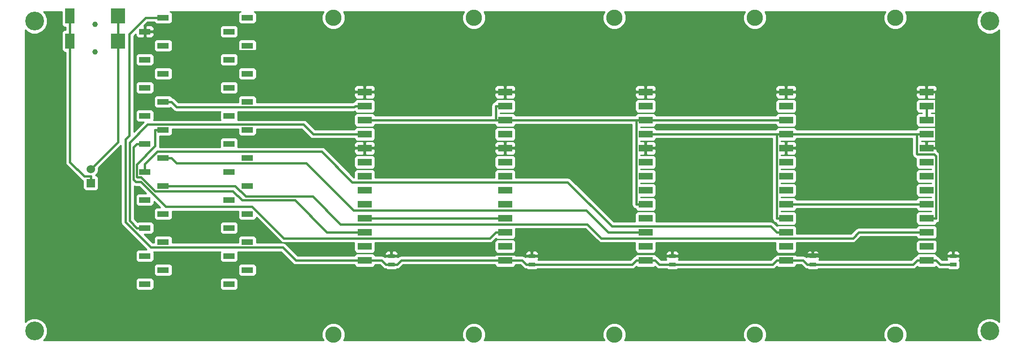
<source format=gtl>
G04 (created by PCBNEW-RS274X (2011-07-19)-testing) date Fri 17 Feb 2012 12:28:35 PM PST*
G01*
G70*
G90*
%MOIN*%
G04 Gerber Fmt 3.4, Leading zero omitted, Abs format*
%FSLAX34Y34*%
G04 APERTURE LIST*
%ADD10C,0.006000*%
%ADD11R,0.100000X0.050000*%
%ADD12C,0.116000*%
%ADD13C,0.039000*%
%ADD14R,0.067000X0.110000*%
%ADD15R,0.102400X0.110000*%
%ADD16R,0.045000X0.025000*%
%ADD17R,0.060000X0.060000*%
%ADD18C,0.060000*%
%ADD19R,0.078700X0.039400*%
%ADD20C,0.133900*%
%ADD21C,0.015000*%
%ADD22C,0.010000*%
G04 APERTURE END LIST*
G54D10*
G54D11*
X89500Y-34404D03*
X89500Y-35404D03*
X89500Y-36404D03*
X89500Y-37404D03*
X89500Y-38404D03*
X89500Y-39404D03*
X89500Y-40404D03*
X89500Y-41404D03*
X89500Y-42404D03*
X89500Y-43404D03*
X89500Y-44404D03*
X89500Y-45404D03*
X89500Y-46404D03*
G54D12*
X87280Y-29104D03*
X87280Y-51704D03*
G54D11*
X79500Y-34404D03*
X79500Y-35404D03*
X79500Y-36404D03*
X79500Y-37404D03*
X79500Y-38404D03*
X79500Y-39404D03*
X79500Y-40404D03*
X79500Y-41404D03*
X79500Y-42404D03*
X79500Y-43404D03*
X79500Y-44404D03*
X79500Y-45404D03*
X79500Y-46404D03*
G54D12*
X77280Y-29104D03*
X77280Y-51704D03*
G54D11*
X69500Y-34404D03*
X69500Y-35404D03*
X69500Y-36404D03*
X69500Y-37404D03*
X69500Y-38404D03*
X69500Y-39404D03*
X69500Y-40404D03*
X69500Y-41404D03*
X69500Y-42404D03*
X69500Y-43404D03*
X69500Y-44404D03*
X69500Y-45404D03*
X69500Y-46404D03*
G54D12*
X67280Y-29104D03*
X67280Y-51704D03*
G54D11*
X59500Y-34404D03*
X59500Y-35404D03*
X59500Y-36404D03*
X59500Y-37404D03*
X59500Y-38404D03*
X59500Y-39404D03*
X59500Y-40404D03*
X59500Y-41404D03*
X59500Y-42404D03*
X59500Y-43404D03*
X59500Y-44404D03*
X59500Y-45404D03*
X59500Y-46404D03*
G54D12*
X57280Y-29104D03*
X57280Y-51704D03*
G54D11*
X49500Y-34404D03*
X49500Y-35404D03*
X49500Y-36404D03*
X49500Y-37404D03*
X49500Y-38404D03*
X49500Y-39404D03*
X49500Y-40404D03*
X49500Y-41404D03*
X49500Y-42404D03*
X49500Y-43404D03*
X49500Y-44404D03*
X49500Y-45404D03*
X49500Y-46404D03*
G54D12*
X47280Y-29104D03*
X47280Y-51704D03*
G54D13*
X30315Y-31555D03*
X30315Y-29587D03*
G54D14*
X28520Y-28996D03*
X28520Y-30768D03*
G54D15*
X31929Y-30768D03*
X31929Y-28996D03*
G54D16*
X51400Y-46700D03*
X51400Y-46100D03*
X61400Y-46700D03*
X61400Y-46100D03*
X71400Y-46700D03*
X71400Y-46100D03*
X81400Y-46700D03*
X81400Y-46100D03*
X91400Y-46700D03*
X91400Y-46100D03*
G54D17*
X30000Y-40900D03*
G54D18*
X30000Y-39900D03*
G54D19*
X35154Y-29100D03*
X33850Y-30100D03*
X35154Y-31100D03*
X33850Y-32100D03*
X35154Y-33100D03*
X33850Y-34100D03*
X35154Y-35100D03*
X33850Y-36100D03*
X35154Y-37100D03*
X33850Y-38100D03*
X35154Y-39100D03*
X33850Y-40100D03*
X35154Y-41100D03*
X33850Y-42100D03*
X35154Y-43100D03*
X33850Y-44100D03*
X35154Y-45100D03*
X33850Y-46100D03*
X35154Y-47100D03*
X33850Y-48100D03*
X39846Y-48100D03*
X41150Y-47100D03*
X39846Y-46100D03*
X41150Y-45100D03*
X39846Y-44100D03*
X41150Y-43100D03*
X39846Y-42100D03*
X41150Y-41100D03*
X39846Y-40100D03*
X41150Y-39100D03*
X39846Y-38100D03*
X41150Y-37100D03*
X39846Y-36100D03*
X41150Y-35100D03*
X39846Y-34100D03*
X41150Y-33100D03*
X39846Y-32100D03*
X41150Y-31100D03*
X39846Y-30100D03*
X41150Y-29100D03*
G54D20*
X26000Y-29350D03*
X26000Y-51450D03*
X94000Y-51450D03*
X94000Y-29350D03*
G54D21*
X59500Y-43404D02*
X49500Y-43404D01*
X79500Y-43404D02*
X78822Y-43404D01*
X78822Y-37404D02*
X78822Y-43404D01*
X79500Y-37404D02*
X78822Y-37404D01*
X78822Y-37404D02*
X69500Y-37404D01*
X90178Y-38990D02*
X90178Y-43404D01*
X90049Y-38861D02*
X90178Y-38990D01*
X88851Y-38861D02*
X90049Y-38861D01*
X88808Y-38818D02*
X88851Y-38861D01*
X88808Y-37404D02*
X88808Y-38818D01*
X79500Y-37404D02*
X88808Y-37404D01*
X88808Y-37404D02*
X89500Y-37404D01*
X89500Y-43404D02*
X90178Y-43404D01*
X45824Y-37404D02*
X49500Y-37404D01*
X45144Y-36724D02*
X45824Y-37404D01*
X34052Y-36724D02*
X45144Y-36724D01*
X32772Y-38004D02*
X34052Y-36724D01*
X32772Y-43593D02*
X32772Y-38004D01*
X33279Y-44100D02*
X32772Y-43593D01*
X33850Y-44100D02*
X33279Y-44100D01*
X48751Y-35475D02*
X48822Y-35404D01*
X36101Y-35475D02*
X48751Y-35475D01*
X35726Y-35100D02*
X36101Y-35475D01*
X35154Y-35100D02*
X35726Y-35100D01*
X49500Y-35404D02*
X48822Y-35404D01*
X89500Y-42404D02*
X79500Y-42404D01*
X59500Y-35404D02*
X58822Y-35404D01*
X58822Y-36404D02*
X58822Y-35404D01*
X49500Y-36404D02*
X58822Y-36404D01*
X58822Y-36404D02*
X59500Y-36404D01*
X69500Y-42404D02*
X68822Y-42404D01*
X68822Y-36404D02*
X68822Y-42404D01*
X59500Y-36404D02*
X68822Y-36404D01*
X68822Y-36404D02*
X69500Y-36404D01*
X79500Y-36404D02*
X69500Y-36404D01*
X89500Y-36404D02*
X89500Y-35404D01*
X46809Y-44404D02*
X49500Y-44404D01*
X44533Y-42128D02*
X46809Y-44404D01*
X40770Y-42128D02*
X44533Y-42128D01*
X40118Y-41476D02*
X40770Y-42128D01*
X34585Y-41476D02*
X40118Y-41476D01*
X33586Y-40477D02*
X34585Y-41476D01*
X33313Y-40477D02*
X33586Y-40477D01*
X33279Y-40443D02*
X33313Y-40477D01*
X33279Y-39566D02*
X33279Y-40443D01*
X34583Y-38262D02*
X33279Y-39566D01*
X34583Y-37100D02*
X34583Y-38262D01*
X35154Y-37100D02*
X34583Y-37100D01*
X33850Y-38100D02*
X33279Y-38100D01*
X59500Y-44404D02*
X58822Y-44404D01*
X58394Y-44832D02*
X58822Y-44404D01*
X43730Y-44832D02*
X58394Y-44832D01*
X41479Y-42581D02*
X43730Y-44832D01*
X35331Y-42581D02*
X41479Y-42581D01*
X33571Y-40821D02*
X35331Y-42581D01*
X33213Y-40821D02*
X33571Y-40821D01*
X33026Y-40634D02*
X33213Y-40821D01*
X33026Y-38353D02*
X33026Y-40634D01*
X33279Y-38100D02*
X33026Y-38353D01*
X66852Y-44404D02*
X69500Y-44404D01*
X65281Y-42833D02*
X66852Y-44404D01*
X48695Y-42833D02*
X65281Y-42833D01*
X45337Y-39475D02*
X48695Y-42833D01*
X36101Y-39475D02*
X45337Y-39475D01*
X35726Y-39100D02*
X36101Y-39475D01*
X35154Y-39100D02*
X35726Y-39100D01*
X78394Y-43976D02*
X78822Y-44404D01*
X67091Y-43976D02*
X78394Y-43976D01*
X63948Y-40833D02*
X67091Y-43976D01*
X48613Y-40833D02*
X63948Y-40833D01*
X46437Y-38657D02*
X48613Y-40833D01*
X34755Y-38657D02*
X46437Y-38657D01*
X33850Y-39562D02*
X34755Y-38657D01*
X33850Y-40100D02*
X33850Y-39562D01*
X79500Y-44404D02*
X78822Y-44404D01*
X40278Y-41100D02*
X35154Y-41100D01*
X41035Y-41857D02*
X40278Y-41100D01*
X45806Y-41857D02*
X41035Y-41857D01*
X47782Y-43833D02*
X45806Y-41857D01*
X65352Y-43833D02*
X47782Y-43833D01*
X66352Y-44833D02*
X65352Y-43833D01*
X84256Y-44833D02*
X66352Y-44833D01*
X84685Y-44404D02*
X84256Y-44833D01*
X89500Y-44404D02*
X84685Y-44404D01*
X90474Y-46700D02*
X90178Y-46404D01*
X91400Y-46700D02*
X90474Y-46700D01*
X89839Y-46404D02*
X90178Y-46404D01*
X89839Y-46404D02*
X89500Y-46404D01*
X80701Y-46404D02*
X79500Y-46404D01*
X80997Y-46700D02*
X80701Y-46404D01*
X69839Y-46404D02*
X70178Y-46404D01*
X69839Y-46404D02*
X69500Y-46404D01*
X60701Y-46404D02*
X59500Y-46404D01*
X60997Y-46700D02*
X60701Y-46404D01*
X61391Y-46700D02*
X60997Y-46700D01*
X61391Y-46700D02*
X61400Y-46700D01*
X68526Y-46700D02*
X68822Y-46404D01*
X61400Y-46700D02*
X68526Y-46700D01*
X69500Y-46404D02*
X68822Y-46404D01*
X70474Y-46700D02*
X71400Y-46700D01*
X70178Y-46404D02*
X70474Y-46700D01*
X78526Y-46700D02*
X78822Y-46404D01*
X71400Y-46700D02*
X78526Y-46700D01*
X79500Y-46404D02*
X78822Y-46404D01*
X81391Y-46700D02*
X80997Y-46700D01*
X81391Y-46700D02*
X81400Y-46700D01*
X88526Y-46700D02*
X88822Y-46404D01*
X81400Y-46700D02*
X88526Y-46700D01*
X89500Y-46404D02*
X88822Y-46404D01*
X59500Y-46404D02*
X58822Y-46404D01*
X52099Y-46404D02*
X51803Y-46700D01*
X58822Y-46404D02*
X52099Y-46404D01*
X51400Y-46700D02*
X51803Y-46700D01*
X50701Y-46404D02*
X50997Y-46700D01*
X49500Y-46404D02*
X50701Y-46404D01*
X51400Y-46700D02*
X50997Y-46700D01*
X44601Y-46404D02*
X49500Y-46404D01*
X43673Y-45476D02*
X44601Y-46404D01*
X34268Y-45476D02*
X43673Y-45476D01*
X32479Y-43687D02*
X34268Y-45476D01*
X32479Y-37780D02*
X32479Y-43687D01*
X32746Y-37513D02*
X32479Y-37780D01*
X32746Y-30267D02*
X32746Y-37513D01*
X33913Y-29100D02*
X32746Y-30267D01*
X35154Y-29100D02*
X33913Y-29100D01*
X45894Y-31476D02*
X48822Y-34404D01*
X37332Y-31476D02*
X45894Y-31476D01*
X35956Y-30100D02*
X37332Y-31476D01*
X33850Y-30100D02*
X35956Y-30100D01*
X49500Y-34404D02*
X48822Y-34404D01*
X69500Y-34404D02*
X59500Y-34404D01*
X89500Y-38404D02*
X90178Y-38404D01*
X91400Y-46100D02*
X91400Y-45797D01*
X60872Y-45975D02*
X60997Y-46100D01*
X51928Y-45975D02*
X60872Y-45975D01*
X51803Y-46100D02*
X51928Y-45975D01*
X51400Y-46100D02*
X51803Y-46100D01*
X61400Y-46100D02*
X60997Y-46100D01*
X61400Y-46100D02*
X61803Y-46100D01*
X90178Y-34404D02*
X90178Y-38404D01*
X89500Y-34404D02*
X90178Y-34404D01*
X90431Y-38657D02*
X90178Y-38404D01*
X90431Y-44904D02*
X90431Y-38657D01*
X90507Y-44904D02*
X90431Y-44904D01*
X91400Y-45797D02*
X90507Y-44904D01*
X61958Y-45945D02*
X61803Y-46100D01*
X70842Y-45945D02*
X61958Y-45945D01*
X70997Y-46100D02*
X70842Y-45945D01*
X71400Y-46100D02*
X70997Y-46100D01*
X71400Y-46100D02*
X71803Y-46100D01*
X81400Y-45975D02*
X81400Y-46100D01*
X71928Y-45975D02*
X81400Y-45975D01*
X71803Y-46100D02*
X71928Y-45975D01*
X88898Y-44904D02*
X90431Y-44904D01*
X87827Y-45975D02*
X88898Y-44904D01*
X81400Y-45975D02*
X87827Y-45975D01*
X31929Y-28996D02*
X31929Y-30768D01*
X31929Y-37971D02*
X31929Y-30768D01*
X30000Y-39900D02*
X31929Y-37971D01*
X30000Y-40900D02*
X30000Y-40422D01*
X28520Y-39420D02*
X28520Y-30768D01*
X29522Y-40422D02*
X28520Y-39420D01*
X30000Y-40422D02*
X29522Y-40422D01*
X28520Y-30768D02*
X28520Y-28996D01*
G54D10*
G36*
X89853Y-41905D02*
X88951Y-41905D01*
X88859Y-41943D01*
X88789Y-42013D01*
X88761Y-42079D01*
X80250Y-42079D01*
X80250Y-38516D01*
X80250Y-38292D01*
X80249Y-38203D01*
X80249Y-38104D01*
X80211Y-38013D01*
X80141Y-37943D01*
X80049Y-37905D01*
X79612Y-37904D01*
X79550Y-37966D01*
X79550Y-38354D01*
X80188Y-38354D01*
X80250Y-38292D01*
X80250Y-38516D01*
X80188Y-38454D01*
X79550Y-38454D01*
X79550Y-38842D01*
X79612Y-38904D01*
X80049Y-38903D01*
X80141Y-38865D01*
X80211Y-38795D01*
X80249Y-38704D01*
X80249Y-38605D01*
X80250Y-38516D01*
X80250Y-42079D01*
X80238Y-42079D01*
X80211Y-42013D01*
X80141Y-41943D01*
X80050Y-41905D01*
X79951Y-41905D01*
X79147Y-41905D01*
X79147Y-41903D01*
X80049Y-41903D01*
X80141Y-41865D01*
X80211Y-41795D01*
X80249Y-41704D01*
X80249Y-41605D01*
X80249Y-41105D01*
X80211Y-41013D01*
X80141Y-40943D01*
X80050Y-40905D01*
X79951Y-40905D01*
X79147Y-40905D01*
X79147Y-40903D01*
X80049Y-40903D01*
X80141Y-40865D01*
X80211Y-40795D01*
X80249Y-40704D01*
X80249Y-40605D01*
X80249Y-40105D01*
X80211Y-40013D01*
X80141Y-39943D01*
X80050Y-39905D01*
X79951Y-39905D01*
X79147Y-39905D01*
X79147Y-39903D01*
X80049Y-39903D01*
X80141Y-39865D01*
X80211Y-39795D01*
X80249Y-39704D01*
X80249Y-39605D01*
X80249Y-39105D01*
X80211Y-39013D01*
X80141Y-38943D01*
X80050Y-38905D01*
X79951Y-38905D01*
X79147Y-38905D01*
X79147Y-38903D01*
X79388Y-38904D01*
X79450Y-38842D01*
X79450Y-38504D01*
X79450Y-38454D01*
X79450Y-38354D01*
X79450Y-38304D01*
X79450Y-37966D01*
X79388Y-37904D01*
X79147Y-37904D01*
X79147Y-37903D01*
X80049Y-37903D01*
X80141Y-37865D01*
X80211Y-37795D01*
X80238Y-37729D01*
X88483Y-37729D01*
X88483Y-38818D01*
X88508Y-38942D01*
X88578Y-39048D01*
X88619Y-39088D01*
X88621Y-39091D01*
X88726Y-39160D01*
X88727Y-39161D01*
X88751Y-39165D01*
X88751Y-39203D01*
X88751Y-39703D01*
X88789Y-39795D01*
X88859Y-39865D01*
X88950Y-39903D01*
X89049Y-39903D01*
X89853Y-39903D01*
X89853Y-39905D01*
X88951Y-39905D01*
X88859Y-39943D01*
X88789Y-40013D01*
X88751Y-40104D01*
X88751Y-40203D01*
X88751Y-40703D01*
X88789Y-40795D01*
X88859Y-40865D01*
X88950Y-40903D01*
X89049Y-40903D01*
X89853Y-40903D01*
X89853Y-40905D01*
X88951Y-40905D01*
X88859Y-40943D01*
X88789Y-41013D01*
X88751Y-41104D01*
X88751Y-41203D01*
X88751Y-41703D01*
X88789Y-41795D01*
X88859Y-41865D01*
X88950Y-41903D01*
X89049Y-41903D01*
X89853Y-41903D01*
X89853Y-41905D01*
X89853Y-41905D01*
G37*
G54D22*
X89853Y-41905D02*
X88951Y-41905D01*
X88859Y-41943D01*
X88789Y-42013D01*
X88761Y-42079D01*
X80250Y-42079D01*
X80250Y-38516D01*
X80250Y-38292D01*
X80249Y-38203D01*
X80249Y-38104D01*
X80211Y-38013D01*
X80141Y-37943D01*
X80049Y-37905D01*
X79612Y-37904D01*
X79550Y-37966D01*
X79550Y-38354D01*
X80188Y-38354D01*
X80250Y-38292D01*
X80250Y-38516D01*
X80188Y-38454D01*
X79550Y-38454D01*
X79550Y-38842D01*
X79612Y-38904D01*
X80049Y-38903D01*
X80141Y-38865D01*
X80211Y-38795D01*
X80249Y-38704D01*
X80249Y-38605D01*
X80250Y-38516D01*
X80250Y-42079D01*
X80238Y-42079D01*
X80211Y-42013D01*
X80141Y-41943D01*
X80050Y-41905D01*
X79951Y-41905D01*
X79147Y-41905D01*
X79147Y-41903D01*
X80049Y-41903D01*
X80141Y-41865D01*
X80211Y-41795D01*
X80249Y-41704D01*
X80249Y-41605D01*
X80249Y-41105D01*
X80211Y-41013D01*
X80141Y-40943D01*
X80050Y-40905D01*
X79951Y-40905D01*
X79147Y-40905D01*
X79147Y-40903D01*
X80049Y-40903D01*
X80141Y-40865D01*
X80211Y-40795D01*
X80249Y-40704D01*
X80249Y-40605D01*
X80249Y-40105D01*
X80211Y-40013D01*
X80141Y-39943D01*
X80050Y-39905D01*
X79951Y-39905D01*
X79147Y-39905D01*
X79147Y-39903D01*
X80049Y-39903D01*
X80141Y-39865D01*
X80211Y-39795D01*
X80249Y-39704D01*
X80249Y-39605D01*
X80249Y-39105D01*
X80211Y-39013D01*
X80141Y-38943D01*
X80050Y-38905D01*
X79951Y-38905D01*
X79147Y-38905D01*
X79147Y-38903D01*
X79388Y-38904D01*
X79450Y-38842D01*
X79450Y-38504D01*
X79450Y-38454D01*
X79450Y-38354D01*
X79450Y-38304D01*
X79450Y-37966D01*
X79388Y-37904D01*
X79147Y-37904D01*
X79147Y-37903D01*
X80049Y-37903D01*
X80141Y-37865D01*
X80211Y-37795D01*
X80238Y-37729D01*
X88483Y-37729D01*
X88483Y-38818D01*
X88508Y-38942D01*
X88578Y-39048D01*
X88619Y-39088D01*
X88621Y-39091D01*
X88726Y-39160D01*
X88727Y-39161D01*
X88751Y-39165D01*
X88751Y-39203D01*
X88751Y-39703D01*
X88789Y-39795D01*
X88859Y-39865D01*
X88950Y-39903D01*
X89049Y-39903D01*
X89853Y-39903D01*
X89853Y-39905D01*
X88951Y-39905D01*
X88859Y-39943D01*
X88789Y-40013D01*
X88751Y-40104D01*
X88751Y-40203D01*
X88751Y-40703D01*
X88789Y-40795D01*
X88859Y-40865D01*
X88950Y-40903D01*
X89049Y-40903D01*
X89853Y-40903D01*
X89853Y-40905D01*
X88951Y-40905D01*
X88859Y-40943D01*
X88789Y-41013D01*
X88751Y-41104D01*
X88751Y-41203D01*
X88751Y-41703D01*
X88789Y-41795D01*
X88859Y-41865D01*
X88950Y-41903D01*
X89049Y-41903D01*
X89853Y-41903D01*
X89853Y-41905D01*
G54D10*
G36*
X94675Y-50825D02*
X94521Y-50671D01*
X94184Y-50531D01*
X93818Y-50531D01*
X93480Y-50671D01*
X93221Y-50929D01*
X93081Y-51266D01*
X93081Y-51632D01*
X93221Y-51970D01*
X93375Y-52125D01*
X88003Y-52125D01*
X88110Y-51870D01*
X88110Y-51540D01*
X87984Y-51235D01*
X87751Y-51001D01*
X87446Y-50874D01*
X87116Y-50874D01*
X86811Y-51000D01*
X86577Y-51233D01*
X86450Y-51538D01*
X86450Y-51868D01*
X86556Y-52125D01*
X78003Y-52125D01*
X78110Y-51870D01*
X78110Y-51540D01*
X77984Y-51235D01*
X77751Y-51001D01*
X77446Y-50874D01*
X77116Y-50874D01*
X76811Y-51000D01*
X76577Y-51233D01*
X76450Y-51538D01*
X76450Y-51868D01*
X76556Y-52125D01*
X68003Y-52125D01*
X68110Y-51870D01*
X68110Y-51540D01*
X67984Y-51235D01*
X67751Y-51001D01*
X67446Y-50874D01*
X67116Y-50874D01*
X66811Y-51000D01*
X66577Y-51233D01*
X66450Y-51538D01*
X66450Y-51868D01*
X66556Y-52125D01*
X58003Y-52125D01*
X58110Y-51870D01*
X58110Y-51540D01*
X57984Y-51235D01*
X57751Y-51001D01*
X57446Y-50874D01*
X57116Y-50874D01*
X56811Y-51000D01*
X56577Y-51233D01*
X56450Y-51538D01*
X56450Y-51868D01*
X56556Y-52125D01*
X48003Y-52125D01*
X48110Y-51870D01*
X48110Y-51540D01*
X47984Y-51235D01*
X47751Y-51001D01*
X47446Y-50874D01*
X47116Y-50874D01*
X46811Y-51000D01*
X46577Y-51233D01*
X46450Y-51538D01*
X46450Y-51868D01*
X46556Y-52125D01*
X41792Y-52125D01*
X41792Y-47347D01*
X41792Y-47248D01*
X41792Y-46854D01*
X41754Y-46762D01*
X41684Y-46692D01*
X41593Y-46654D01*
X41494Y-46654D01*
X40708Y-46654D01*
X40616Y-46692D01*
X40546Y-46762D01*
X40508Y-46853D01*
X40508Y-46952D01*
X40508Y-47346D01*
X40546Y-47438D01*
X40616Y-47508D01*
X40707Y-47546D01*
X40806Y-47546D01*
X41592Y-47546D01*
X41684Y-47508D01*
X41754Y-47438D01*
X41792Y-47347D01*
X41792Y-52125D01*
X40488Y-52125D01*
X40488Y-48347D01*
X40488Y-48248D01*
X40488Y-47854D01*
X40450Y-47762D01*
X40380Y-47692D01*
X40289Y-47654D01*
X40190Y-47654D01*
X39404Y-47654D01*
X39312Y-47692D01*
X39242Y-47762D01*
X39204Y-47853D01*
X39204Y-47952D01*
X39204Y-48346D01*
X39242Y-48438D01*
X39312Y-48508D01*
X39403Y-48546D01*
X39502Y-48546D01*
X40288Y-48546D01*
X40380Y-48508D01*
X40450Y-48438D01*
X40488Y-48347D01*
X40488Y-52125D01*
X35796Y-52125D01*
X35796Y-47347D01*
X35796Y-47248D01*
X35796Y-46854D01*
X35758Y-46762D01*
X35688Y-46692D01*
X35597Y-46654D01*
X35498Y-46654D01*
X34712Y-46654D01*
X34620Y-46692D01*
X34550Y-46762D01*
X34512Y-46853D01*
X34512Y-46952D01*
X34512Y-47346D01*
X34550Y-47438D01*
X34620Y-47508D01*
X34711Y-47546D01*
X34810Y-47546D01*
X35596Y-47546D01*
X35688Y-47508D01*
X35758Y-47438D01*
X35796Y-47347D01*
X35796Y-52125D01*
X34492Y-52125D01*
X34492Y-48347D01*
X34492Y-48248D01*
X34492Y-47854D01*
X34454Y-47762D01*
X34384Y-47692D01*
X34293Y-47654D01*
X34194Y-47654D01*
X33408Y-47654D01*
X33316Y-47692D01*
X33246Y-47762D01*
X33208Y-47853D01*
X33208Y-47952D01*
X33208Y-48346D01*
X33246Y-48438D01*
X33316Y-48508D01*
X33407Y-48546D01*
X33506Y-48546D01*
X34292Y-48546D01*
X34384Y-48508D01*
X34454Y-48438D01*
X34492Y-48347D01*
X34492Y-52125D01*
X26624Y-52125D01*
X26779Y-51971D01*
X26919Y-51634D01*
X26919Y-51268D01*
X26779Y-50930D01*
X26521Y-50671D01*
X26184Y-50531D01*
X25818Y-50531D01*
X25480Y-50671D01*
X25325Y-50825D01*
X25325Y-29974D01*
X25479Y-30129D01*
X25816Y-30269D01*
X26182Y-30269D01*
X26520Y-30129D01*
X26779Y-29871D01*
X26919Y-29534D01*
X26919Y-29168D01*
X26779Y-28830D01*
X26624Y-28675D01*
X27936Y-28675D01*
X27936Y-29595D01*
X27974Y-29687D01*
X28044Y-29757D01*
X28135Y-29795D01*
X28195Y-29795D01*
X28195Y-29969D01*
X28136Y-29969D01*
X28044Y-30007D01*
X27974Y-30077D01*
X27936Y-30168D01*
X27936Y-30267D01*
X27936Y-31367D01*
X27974Y-31459D01*
X28044Y-31529D01*
X28135Y-31567D01*
X28195Y-31567D01*
X28195Y-39420D01*
X28220Y-39544D01*
X28290Y-39650D01*
X29292Y-40652D01*
X29398Y-40722D01*
X29451Y-40732D01*
X29451Y-41249D01*
X29489Y-41341D01*
X29559Y-41411D01*
X29650Y-41449D01*
X29749Y-41449D01*
X30349Y-41449D01*
X30441Y-41411D01*
X30511Y-41341D01*
X30549Y-41250D01*
X30549Y-41151D01*
X30549Y-40551D01*
X30511Y-40459D01*
X30441Y-40389D01*
X30350Y-40351D01*
X30325Y-40351D01*
X30465Y-40211D01*
X30549Y-40009D01*
X30549Y-39811D01*
X32154Y-38206D01*
X32154Y-43687D01*
X32179Y-43811D01*
X32249Y-43917D01*
X33986Y-45654D01*
X33408Y-45654D01*
X33316Y-45692D01*
X33246Y-45762D01*
X33208Y-45853D01*
X33208Y-45952D01*
X33208Y-46346D01*
X33246Y-46438D01*
X33316Y-46508D01*
X33407Y-46546D01*
X33506Y-46546D01*
X34292Y-46546D01*
X34384Y-46508D01*
X34454Y-46438D01*
X34492Y-46347D01*
X34492Y-46248D01*
X34492Y-45854D01*
X34470Y-45801D01*
X39225Y-45801D01*
X39204Y-45853D01*
X39204Y-45952D01*
X39204Y-46346D01*
X39242Y-46438D01*
X39312Y-46508D01*
X39403Y-46546D01*
X39502Y-46546D01*
X40288Y-46546D01*
X40380Y-46508D01*
X40450Y-46438D01*
X40488Y-46347D01*
X40488Y-46248D01*
X40488Y-45854D01*
X40466Y-45801D01*
X43538Y-45801D01*
X44371Y-46634D01*
X44476Y-46704D01*
X44477Y-46704D01*
X44601Y-46729D01*
X48761Y-46729D01*
X48789Y-46795D01*
X48859Y-46865D01*
X48950Y-46903D01*
X49049Y-46903D01*
X50049Y-46903D01*
X50141Y-46865D01*
X50211Y-46795D01*
X50238Y-46729D01*
X50566Y-46729D01*
X50765Y-46927D01*
X50767Y-46930D01*
X50872Y-46999D01*
X50873Y-47000D01*
X50997Y-47025D01*
X51023Y-47025D01*
X51034Y-47036D01*
X51125Y-47074D01*
X51224Y-47074D01*
X51674Y-47074D01*
X51766Y-47036D01*
X51777Y-47025D01*
X51803Y-47025D01*
X51927Y-47000D01*
X52033Y-46930D01*
X52233Y-46729D01*
X58761Y-46729D01*
X58789Y-46795D01*
X58859Y-46865D01*
X58950Y-46903D01*
X59049Y-46903D01*
X60049Y-46903D01*
X60141Y-46865D01*
X60211Y-46795D01*
X60238Y-46729D01*
X60566Y-46729D01*
X60765Y-46927D01*
X60767Y-46930D01*
X60872Y-46999D01*
X60873Y-47000D01*
X60997Y-47025D01*
X61023Y-47025D01*
X61034Y-47036D01*
X61125Y-47074D01*
X61224Y-47074D01*
X61674Y-47074D01*
X61766Y-47036D01*
X61777Y-47025D01*
X68526Y-47025D01*
X68650Y-47000D01*
X68756Y-46930D01*
X68839Y-46845D01*
X68859Y-46865D01*
X68950Y-46903D01*
X69049Y-46903D01*
X70049Y-46903D01*
X70141Y-46865D01*
X70160Y-46845D01*
X70242Y-46927D01*
X70244Y-46930D01*
X70349Y-46999D01*
X70350Y-47000D01*
X70474Y-47025D01*
X71023Y-47025D01*
X71034Y-47036D01*
X71125Y-47074D01*
X71224Y-47074D01*
X71674Y-47074D01*
X71766Y-47036D01*
X71777Y-47025D01*
X78526Y-47025D01*
X78650Y-47000D01*
X78756Y-46930D01*
X78839Y-46845D01*
X78859Y-46865D01*
X78950Y-46903D01*
X79049Y-46903D01*
X80049Y-46903D01*
X80141Y-46865D01*
X80211Y-46795D01*
X80238Y-46729D01*
X80566Y-46729D01*
X80765Y-46927D01*
X80767Y-46930D01*
X80872Y-46999D01*
X80873Y-47000D01*
X80997Y-47025D01*
X81023Y-47025D01*
X81034Y-47036D01*
X81125Y-47074D01*
X81224Y-47074D01*
X81674Y-47074D01*
X81766Y-47036D01*
X81777Y-47025D01*
X88526Y-47025D01*
X88650Y-47000D01*
X88756Y-46930D01*
X88839Y-46845D01*
X88859Y-46865D01*
X88950Y-46903D01*
X89049Y-46903D01*
X90049Y-46903D01*
X90141Y-46865D01*
X90160Y-46845D01*
X90242Y-46927D01*
X90244Y-46930D01*
X90349Y-46999D01*
X90350Y-47000D01*
X90474Y-47025D01*
X91023Y-47025D01*
X91034Y-47036D01*
X91125Y-47074D01*
X91224Y-47074D01*
X91674Y-47074D01*
X91766Y-47036D01*
X91836Y-46966D01*
X91874Y-46875D01*
X91874Y-46776D01*
X91874Y-46526D01*
X91836Y-46434D01*
X91802Y-46400D01*
X91836Y-46366D01*
X91874Y-46274D01*
X91875Y-46212D01*
X91875Y-45988D01*
X91874Y-45926D01*
X91836Y-45834D01*
X91766Y-45764D01*
X91675Y-45726D01*
X91576Y-45726D01*
X91512Y-45725D01*
X91450Y-45787D01*
X91450Y-46050D01*
X91813Y-46050D01*
X91875Y-45988D01*
X91875Y-46212D01*
X91813Y-46150D01*
X91500Y-46150D01*
X91450Y-46150D01*
X91350Y-46150D01*
X91350Y-46050D01*
X91350Y-45787D01*
X91288Y-45725D01*
X91224Y-45726D01*
X91125Y-45726D01*
X91034Y-45764D01*
X90964Y-45834D01*
X90926Y-45926D01*
X90925Y-45988D01*
X90987Y-46050D01*
X91350Y-46050D01*
X91350Y-46150D01*
X91300Y-46150D01*
X90987Y-46150D01*
X90925Y-46212D01*
X90926Y-46274D01*
X90964Y-46366D01*
X90973Y-46375D01*
X90608Y-46375D01*
X90503Y-46269D01*
X90503Y-43404D01*
X90503Y-38990D01*
X90478Y-38866D01*
X90478Y-38865D01*
X90408Y-38760D01*
X90279Y-38631D01*
X90249Y-38611D01*
X90249Y-38605D01*
X90250Y-38516D01*
X90250Y-38292D01*
X90250Y-34516D01*
X90250Y-34292D01*
X90249Y-34203D01*
X90249Y-34104D01*
X90211Y-34013D01*
X90141Y-33943D01*
X90049Y-33905D01*
X89612Y-33904D01*
X89550Y-33966D01*
X89550Y-34354D01*
X90188Y-34354D01*
X90250Y-34292D01*
X90250Y-34516D01*
X90188Y-34454D01*
X89550Y-34454D01*
X89550Y-34842D01*
X89612Y-34904D01*
X90049Y-34903D01*
X90141Y-34865D01*
X90211Y-34795D01*
X90249Y-34704D01*
X90249Y-34605D01*
X90250Y-34516D01*
X90250Y-38292D01*
X90249Y-38203D01*
X90249Y-38104D01*
X90211Y-38013D01*
X90141Y-37943D01*
X90049Y-37905D01*
X89612Y-37904D01*
X89550Y-37966D01*
X89550Y-38354D01*
X90188Y-38354D01*
X90250Y-38292D01*
X90250Y-38516D01*
X90188Y-38454D01*
X89600Y-38454D01*
X89550Y-38454D01*
X89450Y-38454D01*
X89450Y-38354D01*
X89450Y-38304D01*
X89450Y-37966D01*
X89388Y-37904D01*
X89133Y-37904D01*
X89133Y-37903D01*
X90049Y-37903D01*
X90141Y-37865D01*
X90211Y-37795D01*
X90249Y-37704D01*
X90249Y-37605D01*
X90249Y-37105D01*
X90249Y-36704D01*
X90249Y-36605D01*
X90249Y-36105D01*
X90211Y-36013D01*
X90141Y-35943D01*
X90050Y-35905D01*
X89951Y-35905D01*
X89825Y-35905D01*
X89825Y-35903D01*
X90049Y-35903D01*
X90141Y-35865D01*
X90211Y-35795D01*
X90249Y-35704D01*
X90249Y-35605D01*
X90249Y-35105D01*
X90211Y-35013D01*
X90141Y-34943D01*
X90050Y-34905D01*
X89951Y-34905D01*
X89450Y-34905D01*
X89450Y-34842D01*
X89450Y-34454D01*
X89450Y-34354D01*
X89450Y-33966D01*
X89388Y-33904D01*
X88951Y-33905D01*
X88859Y-33943D01*
X88789Y-34013D01*
X88751Y-34104D01*
X88751Y-34203D01*
X88750Y-34292D01*
X88812Y-34354D01*
X89450Y-34354D01*
X89450Y-34454D01*
X88812Y-34454D01*
X88750Y-34516D01*
X88751Y-34605D01*
X88751Y-34704D01*
X88789Y-34795D01*
X88859Y-34865D01*
X88951Y-34903D01*
X89388Y-34904D01*
X89450Y-34842D01*
X89450Y-34905D01*
X88951Y-34905D01*
X88859Y-34943D01*
X88789Y-35013D01*
X88751Y-35104D01*
X88751Y-35203D01*
X88751Y-35703D01*
X88789Y-35795D01*
X88859Y-35865D01*
X88950Y-35903D01*
X89049Y-35903D01*
X89175Y-35903D01*
X89175Y-35905D01*
X88951Y-35905D01*
X88859Y-35943D01*
X88789Y-36013D01*
X88751Y-36104D01*
X88751Y-36203D01*
X88751Y-36703D01*
X88789Y-36795D01*
X88859Y-36865D01*
X88950Y-36903D01*
X89049Y-36903D01*
X90049Y-36903D01*
X90141Y-36865D01*
X90211Y-36795D01*
X90249Y-36704D01*
X90249Y-37105D01*
X90211Y-37013D01*
X90141Y-36943D01*
X90050Y-36905D01*
X89951Y-36905D01*
X88951Y-36905D01*
X88859Y-36943D01*
X88789Y-37013D01*
X88761Y-37079D01*
X80250Y-37079D01*
X80250Y-34516D01*
X80250Y-34292D01*
X80249Y-34203D01*
X80249Y-34104D01*
X80211Y-34013D01*
X80141Y-33943D01*
X80049Y-33905D01*
X79612Y-33904D01*
X79550Y-33966D01*
X79550Y-34354D01*
X80188Y-34354D01*
X80250Y-34292D01*
X80250Y-34516D01*
X80188Y-34454D01*
X79550Y-34454D01*
X79550Y-34842D01*
X79612Y-34904D01*
X80049Y-34903D01*
X80141Y-34865D01*
X80211Y-34795D01*
X80249Y-34704D01*
X80249Y-34605D01*
X80250Y-34516D01*
X80250Y-37079D01*
X80238Y-37079D01*
X80211Y-37013D01*
X80141Y-36943D01*
X80050Y-36905D01*
X79951Y-36905D01*
X78951Y-36905D01*
X78859Y-36943D01*
X78789Y-37013D01*
X78761Y-37079D01*
X70238Y-37079D01*
X70211Y-37013D01*
X70141Y-36943D01*
X70050Y-36905D01*
X69951Y-36905D01*
X69147Y-36905D01*
X69147Y-36903D01*
X70049Y-36903D01*
X70141Y-36865D01*
X70211Y-36795D01*
X70238Y-36729D01*
X78761Y-36729D01*
X78789Y-36795D01*
X78859Y-36865D01*
X78950Y-36903D01*
X79049Y-36903D01*
X80049Y-36903D01*
X80141Y-36865D01*
X80211Y-36795D01*
X80249Y-36704D01*
X80249Y-36605D01*
X80249Y-36105D01*
X80249Y-35704D01*
X80249Y-35605D01*
X80249Y-35105D01*
X80211Y-35013D01*
X80141Y-34943D01*
X80050Y-34905D01*
X79951Y-34905D01*
X79450Y-34905D01*
X79450Y-34842D01*
X79450Y-34454D01*
X79450Y-34354D01*
X79450Y-33966D01*
X79388Y-33904D01*
X78951Y-33905D01*
X78859Y-33943D01*
X78789Y-34013D01*
X78751Y-34104D01*
X78751Y-34203D01*
X78750Y-34292D01*
X78812Y-34354D01*
X79450Y-34354D01*
X79450Y-34454D01*
X78812Y-34454D01*
X78750Y-34516D01*
X78751Y-34605D01*
X78751Y-34704D01*
X78789Y-34795D01*
X78859Y-34865D01*
X78951Y-34903D01*
X79388Y-34904D01*
X79450Y-34842D01*
X79450Y-34905D01*
X78951Y-34905D01*
X78859Y-34943D01*
X78789Y-35013D01*
X78751Y-35104D01*
X78751Y-35203D01*
X78751Y-35703D01*
X78789Y-35795D01*
X78859Y-35865D01*
X78950Y-35903D01*
X79049Y-35903D01*
X80049Y-35903D01*
X80141Y-35865D01*
X80211Y-35795D01*
X80249Y-35704D01*
X80249Y-36105D01*
X80211Y-36013D01*
X80141Y-35943D01*
X80050Y-35905D01*
X79951Y-35905D01*
X78951Y-35905D01*
X78859Y-35943D01*
X78789Y-36013D01*
X78761Y-36079D01*
X70250Y-36079D01*
X70250Y-34516D01*
X70250Y-34292D01*
X70249Y-34203D01*
X70249Y-34104D01*
X70211Y-34013D01*
X70141Y-33943D01*
X70049Y-33905D01*
X69612Y-33904D01*
X69550Y-33966D01*
X69550Y-34354D01*
X70188Y-34354D01*
X70250Y-34292D01*
X70250Y-34516D01*
X70188Y-34454D01*
X69550Y-34454D01*
X69550Y-34842D01*
X69612Y-34904D01*
X70049Y-34903D01*
X70141Y-34865D01*
X70211Y-34795D01*
X70249Y-34704D01*
X70249Y-34605D01*
X70250Y-34516D01*
X70250Y-36079D01*
X70249Y-36079D01*
X70249Y-35704D01*
X70249Y-35605D01*
X70249Y-35105D01*
X70211Y-35013D01*
X70141Y-34943D01*
X70050Y-34905D01*
X69951Y-34905D01*
X69450Y-34905D01*
X69450Y-34842D01*
X69450Y-34454D01*
X69450Y-34354D01*
X69450Y-33966D01*
X69388Y-33904D01*
X68951Y-33905D01*
X68859Y-33943D01*
X68789Y-34013D01*
X68751Y-34104D01*
X68751Y-34203D01*
X68750Y-34292D01*
X68812Y-34354D01*
X69450Y-34354D01*
X69450Y-34454D01*
X68812Y-34454D01*
X68750Y-34516D01*
X68751Y-34605D01*
X68751Y-34704D01*
X68789Y-34795D01*
X68859Y-34865D01*
X68951Y-34903D01*
X69388Y-34904D01*
X69450Y-34842D01*
X69450Y-34905D01*
X68951Y-34905D01*
X68859Y-34943D01*
X68789Y-35013D01*
X68751Y-35104D01*
X68751Y-35203D01*
X68751Y-35703D01*
X68789Y-35795D01*
X68859Y-35865D01*
X68950Y-35903D01*
X69049Y-35903D01*
X70049Y-35903D01*
X70141Y-35865D01*
X70211Y-35795D01*
X70249Y-35704D01*
X70249Y-36079D01*
X70238Y-36079D01*
X70211Y-36013D01*
X70141Y-35943D01*
X70050Y-35905D01*
X69951Y-35905D01*
X68951Y-35905D01*
X68859Y-35943D01*
X68789Y-36013D01*
X68761Y-36079D01*
X60250Y-36079D01*
X60250Y-34516D01*
X60250Y-34292D01*
X60249Y-34203D01*
X60249Y-34104D01*
X60211Y-34013D01*
X60141Y-33943D01*
X60049Y-33905D01*
X59612Y-33904D01*
X59550Y-33966D01*
X59550Y-34354D01*
X60188Y-34354D01*
X60250Y-34292D01*
X60250Y-34516D01*
X60188Y-34454D01*
X59550Y-34454D01*
X59550Y-34842D01*
X59612Y-34904D01*
X60049Y-34903D01*
X60141Y-34865D01*
X60211Y-34795D01*
X60249Y-34704D01*
X60249Y-34605D01*
X60250Y-34516D01*
X60250Y-36079D01*
X60238Y-36079D01*
X60211Y-36013D01*
X60141Y-35943D01*
X60050Y-35905D01*
X59951Y-35905D01*
X59147Y-35905D01*
X59147Y-35903D01*
X60049Y-35903D01*
X60141Y-35865D01*
X60211Y-35795D01*
X60249Y-35704D01*
X60249Y-35605D01*
X60249Y-35105D01*
X60211Y-35013D01*
X60141Y-34943D01*
X60050Y-34905D01*
X59951Y-34905D01*
X59450Y-34905D01*
X59450Y-34842D01*
X59450Y-34454D01*
X59450Y-34354D01*
X59450Y-33966D01*
X59388Y-33904D01*
X58951Y-33905D01*
X58859Y-33943D01*
X58789Y-34013D01*
X58751Y-34104D01*
X58751Y-34203D01*
X58750Y-34292D01*
X58812Y-34354D01*
X59450Y-34354D01*
X59450Y-34454D01*
X58812Y-34454D01*
X58750Y-34516D01*
X58751Y-34605D01*
X58751Y-34704D01*
X58789Y-34795D01*
X58859Y-34865D01*
X58951Y-34903D01*
X59388Y-34904D01*
X59450Y-34842D01*
X59450Y-34905D01*
X58951Y-34905D01*
X58859Y-34943D01*
X58789Y-35013D01*
X58755Y-35092D01*
X58698Y-35104D01*
X58592Y-35174D01*
X58522Y-35280D01*
X58497Y-35404D01*
X58497Y-36079D01*
X50250Y-36079D01*
X50250Y-34516D01*
X50250Y-34292D01*
X50249Y-34203D01*
X50249Y-34104D01*
X50211Y-34013D01*
X50141Y-33943D01*
X50049Y-33905D01*
X49612Y-33904D01*
X49550Y-33966D01*
X49550Y-34354D01*
X50188Y-34354D01*
X50250Y-34292D01*
X50250Y-34516D01*
X50188Y-34454D01*
X49550Y-34454D01*
X49550Y-34842D01*
X49612Y-34904D01*
X50049Y-34903D01*
X50141Y-34865D01*
X50211Y-34795D01*
X50249Y-34704D01*
X50249Y-34605D01*
X50250Y-34516D01*
X50250Y-36079D01*
X50238Y-36079D01*
X50211Y-36013D01*
X50141Y-35943D01*
X50050Y-35905D01*
X49951Y-35905D01*
X48951Y-35905D01*
X48859Y-35943D01*
X48789Y-36013D01*
X48751Y-36104D01*
X48751Y-36203D01*
X48751Y-36703D01*
X48789Y-36795D01*
X48859Y-36865D01*
X48950Y-36903D01*
X49049Y-36903D01*
X50049Y-36903D01*
X50141Y-36865D01*
X50211Y-36795D01*
X50238Y-36729D01*
X58761Y-36729D01*
X58789Y-36795D01*
X58859Y-36865D01*
X58950Y-36903D01*
X59049Y-36903D01*
X60049Y-36903D01*
X60141Y-36865D01*
X60211Y-36795D01*
X60238Y-36729D01*
X68497Y-36729D01*
X68497Y-42404D01*
X68522Y-42528D01*
X68592Y-42634D01*
X68698Y-42704D01*
X68756Y-42715D01*
X68789Y-42795D01*
X68859Y-42865D01*
X68950Y-42903D01*
X69049Y-42903D01*
X70049Y-42903D01*
X70141Y-42865D01*
X70211Y-42795D01*
X70249Y-42704D01*
X70249Y-42605D01*
X70249Y-42105D01*
X70211Y-42013D01*
X70141Y-41943D01*
X70050Y-41905D01*
X69951Y-41905D01*
X69147Y-41905D01*
X69147Y-41903D01*
X70049Y-41903D01*
X70141Y-41865D01*
X70211Y-41795D01*
X70249Y-41704D01*
X70249Y-41605D01*
X70249Y-41105D01*
X70211Y-41013D01*
X70141Y-40943D01*
X70050Y-40905D01*
X69951Y-40905D01*
X69147Y-40905D01*
X69147Y-40903D01*
X70049Y-40903D01*
X70141Y-40865D01*
X70211Y-40795D01*
X70249Y-40704D01*
X70249Y-40605D01*
X70249Y-40105D01*
X70211Y-40013D01*
X70141Y-39943D01*
X70050Y-39905D01*
X69951Y-39905D01*
X69147Y-39905D01*
X69147Y-39903D01*
X70049Y-39903D01*
X70141Y-39865D01*
X70211Y-39795D01*
X70249Y-39704D01*
X70249Y-39605D01*
X70249Y-39105D01*
X70211Y-39013D01*
X70141Y-38943D01*
X70050Y-38905D01*
X69951Y-38905D01*
X69147Y-38905D01*
X69147Y-38903D01*
X69388Y-38904D01*
X69450Y-38842D01*
X69450Y-38504D01*
X69450Y-38454D01*
X69450Y-38354D01*
X69450Y-38304D01*
X69450Y-37966D01*
X69388Y-37904D01*
X69147Y-37904D01*
X69147Y-37903D01*
X70049Y-37903D01*
X70141Y-37865D01*
X70211Y-37795D01*
X70238Y-37729D01*
X78497Y-37729D01*
X78497Y-43404D01*
X78522Y-43528D01*
X78592Y-43634D01*
X78698Y-43704D01*
X78756Y-43715D01*
X78789Y-43795D01*
X78859Y-43865D01*
X78950Y-43903D01*
X79049Y-43903D01*
X80049Y-43903D01*
X80141Y-43865D01*
X80211Y-43795D01*
X80249Y-43704D01*
X80249Y-43605D01*
X80249Y-43105D01*
X80211Y-43013D01*
X80141Y-42943D01*
X80050Y-42905D01*
X79951Y-42905D01*
X79147Y-42905D01*
X79147Y-42903D01*
X80049Y-42903D01*
X80141Y-42865D01*
X80211Y-42795D01*
X80238Y-42729D01*
X88761Y-42729D01*
X88789Y-42795D01*
X88859Y-42865D01*
X88950Y-42903D01*
X89049Y-42903D01*
X89853Y-42903D01*
X89853Y-42905D01*
X88951Y-42905D01*
X88859Y-42943D01*
X88789Y-43013D01*
X88751Y-43104D01*
X88751Y-43203D01*
X88751Y-43703D01*
X88789Y-43795D01*
X88859Y-43865D01*
X88950Y-43903D01*
X89049Y-43903D01*
X90049Y-43903D01*
X90141Y-43865D01*
X90211Y-43795D01*
X90244Y-43715D01*
X90302Y-43704D01*
X90408Y-43634D01*
X90478Y-43528D01*
X90503Y-43404D01*
X90503Y-46269D01*
X90408Y-46174D01*
X90302Y-46104D01*
X90249Y-46093D01*
X90249Y-45704D01*
X90249Y-45605D01*
X90249Y-45105D01*
X90211Y-45013D01*
X90141Y-44943D01*
X90050Y-44905D01*
X89951Y-44905D01*
X88951Y-44905D01*
X88859Y-44943D01*
X88789Y-45013D01*
X88751Y-45104D01*
X88751Y-45203D01*
X88751Y-45703D01*
X88789Y-45795D01*
X88859Y-45865D01*
X88950Y-45903D01*
X89049Y-45903D01*
X90049Y-45903D01*
X90141Y-45865D01*
X90211Y-45795D01*
X90249Y-45704D01*
X90249Y-46093D01*
X90243Y-46092D01*
X90211Y-46013D01*
X90141Y-45943D01*
X90050Y-45905D01*
X89951Y-45905D01*
X88951Y-45905D01*
X88859Y-45943D01*
X88789Y-46013D01*
X88755Y-46092D01*
X88698Y-46104D01*
X88592Y-46174D01*
X88590Y-46176D01*
X88391Y-46375D01*
X81827Y-46375D01*
X81836Y-46366D01*
X81874Y-46274D01*
X81875Y-46212D01*
X81875Y-45988D01*
X81874Y-45926D01*
X81836Y-45834D01*
X81766Y-45764D01*
X81675Y-45726D01*
X81576Y-45726D01*
X81512Y-45725D01*
X81450Y-45787D01*
X81450Y-46050D01*
X81813Y-46050D01*
X81875Y-45988D01*
X81875Y-46212D01*
X81813Y-46150D01*
X81500Y-46150D01*
X81450Y-46150D01*
X81350Y-46150D01*
X81350Y-46050D01*
X81350Y-45787D01*
X81288Y-45725D01*
X81224Y-45726D01*
X81125Y-45726D01*
X81034Y-45764D01*
X80964Y-45834D01*
X80926Y-45926D01*
X80925Y-45988D01*
X80987Y-46050D01*
X81350Y-46050D01*
X81350Y-46150D01*
X81300Y-46150D01*
X80987Y-46150D01*
X80946Y-46190D01*
X80931Y-46174D01*
X80825Y-46104D01*
X80701Y-46079D01*
X80238Y-46079D01*
X80211Y-46013D01*
X80141Y-45943D01*
X80050Y-45905D01*
X79951Y-45905D01*
X78951Y-45905D01*
X78859Y-45943D01*
X78789Y-46013D01*
X78755Y-46092D01*
X78698Y-46104D01*
X78592Y-46174D01*
X78590Y-46176D01*
X78391Y-46375D01*
X71827Y-46375D01*
X71836Y-46366D01*
X71874Y-46274D01*
X71875Y-46212D01*
X71875Y-45988D01*
X71874Y-45926D01*
X71836Y-45834D01*
X71766Y-45764D01*
X71675Y-45726D01*
X71576Y-45726D01*
X71512Y-45725D01*
X71450Y-45787D01*
X71450Y-46050D01*
X71813Y-46050D01*
X71875Y-45988D01*
X71875Y-46212D01*
X71813Y-46150D01*
X71500Y-46150D01*
X71450Y-46150D01*
X71350Y-46150D01*
X71350Y-46050D01*
X71350Y-45787D01*
X71288Y-45725D01*
X71224Y-45726D01*
X71125Y-45726D01*
X71034Y-45764D01*
X70964Y-45834D01*
X70926Y-45926D01*
X70925Y-45988D01*
X70987Y-46050D01*
X71350Y-46050D01*
X71350Y-46150D01*
X71300Y-46150D01*
X70987Y-46150D01*
X70925Y-46212D01*
X70926Y-46274D01*
X70964Y-46366D01*
X70973Y-46375D01*
X70608Y-46375D01*
X70408Y-46174D01*
X70302Y-46104D01*
X70243Y-46092D01*
X70211Y-46013D01*
X70141Y-45943D01*
X70050Y-45905D01*
X69951Y-45905D01*
X68951Y-45905D01*
X68859Y-45943D01*
X68789Y-46013D01*
X68755Y-46092D01*
X68698Y-46104D01*
X68592Y-46174D01*
X68590Y-46176D01*
X68391Y-46375D01*
X61827Y-46375D01*
X61836Y-46366D01*
X61874Y-46274D01*
X61875Y-46212D01*
X61875Y-45988D01*
X61874Y-45926D01*
X61836Y-45834D01*
X61766Y-45764D01*
X61675Y-45726D01*
X61576Y-45726D01*
X61512Y-45725D01*
X61450Y-45787D01*
X61450Y-46050D01*
X61813Y-46050D01*
X61875Y-45988D01*
X61875Y-46212D01*
X61813Y-46150D01*
X61500Y-46150D01*
X61450Y-46150D01*
X61350Y-46150D01*
X61350Y-46050D01*
X61350Y-45787D01*
X61288Y-45725D01*
X61224Y-45726D01*
X61125Y-45726D01*
X61034Y-45764D01*
X60964Y-45834D01*
X60926Y-45926D01*
X60925Y-45988D01*
X60987Y-46050D01*
X61350Y-46050D01*
X61350Y-46150D01*
X61300Y-46150D01*
X60987Y-46150D01*
X60946Y-46190D01*
X60931Y-46174D01*
X60825Y-46104D01*
X60701Y-46079D01*
X60249Y-46079D01*
X60249Y-45704D01*
X60249Y-45605D01*
X60249Y-45105D01*
X60211Y-45013D01*
X60141Y-44943D01*
X60050Y-44905D01*
X59951Y-44905D01*
X58951Y-44905D01*
X58859Y-44943D01*
X58789Y-45013D01*
X58751Y-45104D01*
X58751Y-45203D01*
X58751Y-45703D01*
X58789Y-45795D01*
X58859Y-45865D01*
X58950Y-45903D01*
X59049Y-45903D01*
X60049Y-45903D01*
X60141Y-45865D01*
X60211Y-45795D01*
X60249Y-45704D01*
X60249Y-46079D01*
X60238Y-46079D01*
X60211Y-46013D01*
X60141Y-45943D01*
X60050Y-45905D01*
X59951Y-45905D01*
X58951Y-45905D01*
X58859Y-45943D01*
X58789Y-46013D01*
X58761Y-46079D01*
X52099Y-46079D01*
X51975Y-46104D01*
X51875Y-46170D01*
X51875Y-45988D01*
X51874Y-45926D01*
X51836Y-45834D01*
X51766Y-45764D01*
X51675Y-45726D01*
X51576Y-45726D01*
X51512Y-45725D01*
X51450Y-45787D01*
X51450Y-46050D01*
X51813Y-46050D01*
X51875Y-45988D01*
X51875Y-46170D01*
X51869Y-46174D01*
X51867Y-46176D01*
X51853Y-46190D01*
X51813Y-46150D01*
X51500Y-46150D01*
X51450Y-46150D01*
X51350Y-46150D01*
X51350Y-46050D01*
X51350Y-45787D01*
X51288Y-45725D01*
X51224Y-45726D01*
X51125Y-45726D01*
X51034Y-45764D01*
X50964Y-45834D01*
X50926Y-45926D01*
X50925Y-45988D01*
X50987Y-46050D01*
X51350Y-46050D01*
X51350Y-46150D01*
X51300Y-46150D01*
X50987Y-46150D01*
X50946Y-46190D01*
X50931Y-46174D01*
X50825Y-46104D01*
X50701Y-46079D01*
X50238Y-46079D01*
X50211Y-46013D01*
X50141Y-45943D01*
X50050Y-45905D01*
X49951Y-45905D01*
X48951Y-45905D01*
X48859Y-45943D01*
X48789Y-46013D01*
X48761Y-46079D01*
X44736Y-46079D01*
X43903Y-45246D01*
X43797Y-45176D01*
X43673Y-45151D01*
X41792Y-45151D01*
X41792Y-44854D01*
X41754Y-44762D01*
X41684Y-44692D01*
X41593Y-44654D01*
X41494Y-44654D01*
X40708Y-44654D01*
X40616Y-44692D01*
X40546Y-44762D01*
X40508Y-44853D01*
X40508Y-44952D01*
X40508Y-45151D01*
X40488Y-45151D01*
X40488Y-44347D01*
X40488Y-44248D01*
X40488Y-43854D01*
X40450Y-43762D01*
X40380Y-43692D01*
X40289Y-43654D01*
X40190Y-43654D01*
X39404Y-43654D01*
X39312Y-43692D01*
X39242Y-43762D01*
X39204Y-43853D01*
X39204Y-43952D01*
X39204Y-44346D01*
X39242Y-44438D01*
X39312Y-44508D01*
X39403Y-44546D01*
X39502Y-44546D01*
X40288Y-44546D01*
X40380Y-44508D01*
X40450Y-44438D01*
X40488Y-44347D01*
X40488Y-45151D01*
X35796Y-45151D01*
X35796Y-44854D01*
X35758Y-44762D01*
X35688Y-44692D01*
X35597Y-44654D01*
X35498Y-44654D01*
X34712Y-44654D01*
X34620Y-44692D01*
X34550Y-44762D01*
X34512Y-44853D01*
X34512Y-44952D01*
X34512Y-45151D01*
X34403Y-45151D01*
X33798Y-44546D01*
X34292Y-44546D01*
X34384Y-44508D01*
X34454Y-44438D01*
X34492Y-44347D01*
X34492Y-44248D01*
X34492Y-43854D01*
X34454Y-43762D01*
X34384Y-43692D01*
X34293Y-43654D01*
X34194Y-43654D01*
X33408Y-43654D01*
X33326Y-43687D01*
X33097Y-43458D01*
X33097Y-41122D01*
X33213Y-41146D01*
X33436Y-41146D01*
X33944Y-41654D01*
X33408Y-41654D01*
X33316Y-41692D01*
X33246Y-41762D01*
X33208Y-41853D01*
X33208Y-41952D01*
X33208Y-42346D01*
X33246Y-42438D01*
X33316Y-42508D01*
X33407Y-42546D01*
X33506Y-42546D01*
X34292Y-42546D01*
X34384Y-42508D01*
X34454Y-42438D01*
X34492Y-42347D01*
X34492Y-42248D01*
X34492Y-42202D01*
X34944Y-42654D01*
X34712Y-42654D01*
X34620Y-42692D01*
X34550Y-42762D01*
X34512Y-42853D01*
X34512Y-42952D01*
X34512Y-43346D01*
X34550Y-43438D01*
X34620Y-43508D01*
X34711Y-43546D01*
X34810Y-43546D01*
X35596Y-43546D01*
X35688Y-43508D01*
X35758Y-43438D01*
X35796Y-43347D01*
X35796Y-43248D01*
X35796Y-42906D01*
X40508Y-42906D01*
X40508Y-42952D01*
X40508Y-43346D01*
X40546Y-43438D01*
X40616Y-43508D01*
X40707Y-43546D01*
X40806Y-43546D01*
X41592Y-43546D01*
X41684Y-43508D01*
X41754Y-43438D01*
X41789Y-43351D01*
X43500Y-45062D01*
X43605Y-45132D01*
X43606Y-45132D01*
X43730Y-45157D01*
X48751Y-45157D01*
X48751Y-45203D01*
X48751Y-45703D01*
X48789Y-45795D01*
X48859Y-45865D01*
X48950Y-45903D01*
X49049Y-45903D01*
X50049Y-45903D01*
X50141Y-45865D01*
X50211Y-45795D01*
X50249Y-45704D01*
X50249Y-45605D01*
X50249Y-45157D01*
X58394Y-45157D01*
X58518Y-45132D01*
X58624Y-45062D01*
X58840Y-44846D01*
X58859Y-44865D01*
X58950Y-44903D01*
X59049Y-44903D01*
X60049Y-44903D01*
X60141Y-44865D01*
X60211Y-44795D01*
X60249Y-44704D01*
X60249Y-44605D01*
X60249Y-44158D01*
X65217Y-44158D01*
X66122Y-45063D01*
X66227Y-45133D01*
X66228Y-45133D01*
X66352Y-45158D01*
X68751Y-45158D01*
X68751Y-45203D01*
X68751Y-45703D01*
X68789Y-45795D01*
X68859Y-45865D01*
X68950Y-45903D01*
X69049Y-45903D01*
X70049Y-45903D01*
X70141Y-45865D01*
X70211Y-45795D01*
X70249Y-45704D01*
X70249Y-45605D01*
X70249Y-45158D01*
X78751Y-45158D01*
X78751Y-45203D01*
X78751Y-45703D01*
X78789Y-45795D01*
X78859Y-45865D01*
X78950Y-45903D01*
X79049Y-45903D01*
X80049Y-45903D01*
X80141Y-45865D01*
X80211Y-45795D01*
X80249Y-45704D01*
X80249Y-45605D01*
X80249Y-45158D01*
X84256Y-45158D01*
X84380Y-45133D01*
X84486Y-45063D01*
X84819Y-44729D01*
X88761Y-44729D01*
X88789Y-44795D01*
X88859Y-44865D01*
X88950Y-44903D01*
X89049Y-44903D01*
X90049Y-44903D01*
X90141Y-44865D01*
X90211Y-44795D01*
X90249Y-44704D01*
X90249Y-44605D01*
X90249Y-44105D01*
X90211Y-44013D01*
X90141Y-43943D01*
X90050Y-43905D01*
X89951Y-43905D01*
X88951Y-43905D01*
X88859Y-43943D01*
X88789Y-44013D01*
X88761Y-44079D01*
X84685Y-44079D01*
X84561Y-44104D01*
X84455Y-44174D01*
X84453Y-44176D01*
X84121Y-44508D01*
X80249Y-44508D01*
X80249Y-44105D01*
X80211Y-44013D01*
X80141Y-43943D01*
X80050Y-43905D01*
X79951Y-43905D01*
X78951Y-43905D01*
X78859Y-43943D01*
X78840Y-43962D01*
X78624Y-43746D01*
X78518Y-43676D01*
X78394Y-43651D01*
X70250Y-43651D01*
X70250Y-38516D01*
X70250Y-38292D01*
X70249Y-38203D01*
X70249Y-38104D01*
X70211Y-38013D01*
X70141Y-37943D01*
X70049Y-37905D01*
X69612Y-37904D01*
X69550Y-37966D01*
X69550Y-38354D01*
X70188Y-38354D01*
X70250Y-38292D01*
X70250Y-38516D01*
X70188Y-38454D01*
X69550Y-38454D01*
X69550Y-38842D01*
X69612Y-38904D01*
X70049Y-38903D01*
X70141Y-38865D01*
X70211Y-38795D01*
X70249Y-38704D01*
X70249Y-38605D01*
X70250Y-38516D01*
X70250Y-43651D01*
X70249Y-43651D01*
X70249Y-43605D01*
X70249Y-43105D01*
X70211Y-43013D01*
X70141Y-42943D01*
X70050Y-42905D01*
X69951Y-42905D01*
X68951Y-42905D01*
X68859Y-42943D01*
X68789Y-43013D01*
X68751Y-43104D01*
X68751Y-43203D01*
X68751Y-43651D01*
X67225Y-43651D01*
X64178Y-40603D01*
X64072Y-40533D01*
X63948Y-40508D01*
X60250Y-40508D01*
X60250Y-38516D01*
X60250Y-38292D01*
X60249Y-38203D01*
X60249Y-38104D01*
X60249Y-37704D01*
X60249Y-37605D01*
X60249Y-37105D01*
X60211Y-37013D01*
X60141Y-36943D01*
X60050Y-36905D01*
X59951Y-36905D01*
X58951Y-36905D01*
X58859Y-36943D01*
X58789Y-37013D01*
X58751Y-37104D01*
X58751Y-37203D01*
X58751Y-37703D01*
X58789Y-37795D01*
X58859Y-37865D01*
X58950Y-37903D01*
X59049Y-37903D01*
X60049Y-37903D01*
X60141Y-37865D01*
X60211Y-37795D01*
X60249Y-37704D01*
X60249Y-38104D01*
X60211Y-38013D01*
X60141Y-37943D01*
X60049Y-37905D01*
X59612Y-37904D01*
X59550Y-37966D01*
X59550Y-38354D01*
X60188Y-38354D01*
X60250Y-38292D01*
X60250Y-38516D01*
X60188Y-38454D01*
X59550Y-38454D01*
X59550Y-38842D01*
X59612Y-38904D01*
X60049Y-38903D01*
X60141Y-38865D01*
X60211Y-38795D01*
X60249Y-38704D01*
X60249Y-38605D01*
X60250Y-38516D01*
X60250Y-40508D01*
X60249Y-40508D01*
X60249Y-40105D01*
X60249Y-39704D01*
X60249Y-39605D01*
X60249Y-39105D01*
X60211Y-39013D01*
X60141Y-38943D01*
X60050Y-38905D01*
X59951Y-38905D01*
X59450Y-38905D01*
X59450Y-38842D01*
X59450Y-38454D01*
X59450Y-38354D01*
X59450Y-37966D01*
X59388Y-37904D01*
X58951Y-37905D01*
X58859Y-37943D01*
X58789Y-38013D01*
X58751Y-38104D01*
X58751Y-38203D01*
X58750Y-38292D01*
X58812Y-38354D01*
X59450Y-38354D01*
X59450Y-38454D01*
X58812Y-38454D01*
X58750Y-38516D01*
X58751Y-38605D01*
X58751Y-38704D01*
X58789Y-38795D01*
X58859Y-38865D01*
X58951Y-38903D01*
X59388Y-38904D01*
X59450Y-38842D01*
X59450Y-38905D01*
X58951Y-38905D01*
X58859Y-38943D01*
X58789Y-39013D01*
X58751Y-39104D01*
X58751Y-39203D01*
X58751Y-39703D01*
X58789Y-39795D01*
X58859Y-39865D01*
X58950Y-39903D01*
X59049Y-39903D01*
X60049Y-39903D01*
X60141Y-39865D01*
X60211Y-39795D01*
X60249Y-39704D01*
X60249Y-40105D01*
X60211Y-40013D01*
X60141Y-39943D01*
X60050Y-39905D01*
X59951Y-39905D01*
X58951Y-39905D01*
X58859Y-39943D01*
X58789Y-40013D01*
X58751Y-40104D01*
X58751Y-40203D01*
X58751Y-40508D01*
X50250Y-40508D01*
X50250Y-38516D01*
X50250Y-38292D01*
X50249Y-38203D01*
X50249Y-38104D01*
X50211Y-38013D01*
X50141Y-37943D01*
X50049Y-37905D01*
X49612Y-37904D01*
X49550Y-37966D01*
X49550Y-38354D01*
X50188Y-38354D01*
X50250Y-38292D01*
X50250Y-38516D01*
X50188Y-38454D01*
X49550Y-38454D01*
X49550Y-38842D01*
X49612Y-38904D01*
X50049Y-38903D01*
X50141Y-38865D01*
X50211Y-38795D01*
X50249Y-38704D01*
X50249Y-38605D01*
X50250Y-38516D01*
X50250Y-40508D01*
X50249Y-40508D01*
X50249Y-40105D01*
X50249Y-39704D01*
X50249Y-39605D01*
X50249Y-39105D01*
X50211Y-39013D01*
X50141Y-38943D01*
X50050Y-38905D01*
X49951Y-38905D01*
X49450Y-38905D01*
X49450Y-38842D01*
X49450Y-38454D01*
X49450Y-38354D01*
X49450Y-37966D01*
X49388Y-37904D01*
X48951Y-37905D01*
X48859Y-37943D01*
X48789Y-38013D01*
X48751Y-38104D01*
X48751Y-38203D01*
X48750Y-38292D01*
X48812Y-38354D01*
X49450Y-38354D01*
X49450Y-38454D01*
X48812Y-38454D01*
X48750Y-38516D01*
X48751Y-38605D01*
X48751Y-38704D01*
X48789Y-38795D01*
X48859Y-38865D01*
X48951Y-38903D01*
X49388Y-38904D01*
X49450Y-38842D01*
X49450Y-38905D01*
X48951Y-38905D01*
X48859Y-38943D01*
X48789Y-39013D01*
X48751Y-39104D01*
X48751Y-39203D01*
X48751Y-39703D01*
X48789Y-39795D01*
X48859Y-39865D01*
X48950Y-39903D01*
X49049Y-39903D01*
X50049Y-39903D01*
X50141Y-39865D01*
X50211Y-39795D01*
X50249Y-39704D01*
X50249Y-40105D01*
X50211Y-40013D01*
X50141Y-39943D01*
X50050Y-39905D01*
X49951Y-39905D01*
X48951Y-39905D01*
X48859Y-39943D01*
X48789Y-40013D01*
X48751Y-40104D01*
X48751Y-40203D01*
X48751Y-40508D01*
X48748Y-40508D01*
X46667Y-38427D01*
X46561Y-38357D01*
X46437Y-38332D01*
X40488Y-38332D01*
X40488Y-38248D01*
X40488Y-37854D01*
X40450Y-37762D01*
X40380Y-37692D01*
X40289Y-37654D01*
X40190Y-37654D01*
X39404Y-37654D01*
X39312Y-37692D01*
X39242Y-37762D01*
X39204Y-37853D01*
X39204Y-37952D01*
X39204Y-38332D01*
X34894Y-38332D01*
X34908Y-38262D01*
X34908Y-37546D01*
X35596Y-37546D01*
X35688Y-37508D01*
X35758Y-37438D01*
X35796Y-37347D01*
X35796Y-37248D01*
X35796Y-37049D01*
X40508Y-37049D01*
X40508Y-37346D01*
X40546Y-37438D01*
X40616Y-37508D01*
X40707Y-37546D01*
X40806Y-37546D01*
X41592Y-37546D01*
X41684Y-37508D01*
X41754Y-37438D01*
X41792Y-37347D01*
X41792Y-37248D01*
X41792Y-37049D01*
X45009Y-37049D01*
X45592Y-37631D01*
X45594Y-37634D01*
X45699Y-37703D01*
X45700Y-37704D01*
X45824Y-37729D01*
X48761Y-37729D01*
X48789Y-37795D01*
X48859Y-37865D01*
X48950Y-37903D01*
X49049Y-37903D01*
X50049Y-37903D01*
X50141Y-37865D01*
X50211Y-37795D01*
X50249Y-37704D01*
X50249Y-37605D01*
X50249Y-37105D01*
X50211Y-37013D01*
X50141Y-36943D01*
X50050Y-36905D01*
X49951Y-36905D01*
X48951Y-36905D01*
X48859Y-36943D01*
X48789Y-37013D01*
X48761Y-37079D01*
X45958Y-37079D01*
X45374Y-36494D01*
X45268Y-36424D01*
X45144Y-36399D01*
X40466Y-36399D01*
X40488Y-36347D01*
X40488Y-36248D01*
X40488Y-35854D01*
X40465Y-35800D01*
X48751Y-35800D01*
X48787Y-35792D01*
X48789Y-35795D01*
X48859Y-35865D01*
X48950Y-35903D01*
X49049Y-35903D01*
X50049Y-35903D01*
X50141Y-35865D01*
X50211Y-35795D01*
X50249Y-35704D01*
X50249Y-35605D01*
X50249Y-35105D01*
X50211Y-35013D01*
X50141Y-34943D01*
X50050Y-34905D01*
X49951Y-34905D01*
X49450Y-34905D01*
X49450Y-34842D01*
X49450Y-34454D01*
X49450Y-34354D01*
X49450Y-33966D01*
X49388Y-33904D01*
X48951Y-33905D01*
X48859Y-33943D01*
X48789Y-34013D01*
X48751Y-34104D01*
X48751Y-34203D01*
X48750Y-34292D01*
X48812Y-34354D01*
X49450Y-34354D01*
X49450Y-34454D01*
X48812Y-34454D01*
X48750Y-34516D01*
X48751Y-34605D01*
X48751Y-34704D01*
X48789Y-34795D01*
X48859Y-34865D01*
X48951Y-34903D01*
X49388Y-34904D01*
X49450Y-34842D01*
X49450Y-34905D01*
X48951Y-34905D01*
X48859Y-34943D01*
X48789Y-35013D01*
X48755Y-35092D01*
X48697Y-35104D01*
X48628Y-35150D01*
X41792Y-35150D01*
X41792Y-34854D01*
X41792Y-33347D01*
X41792Y-33248D01*
X41792Y-32854D01*
X41792Y-31347D01*
X41792Y-31248D01*
X41792Y-30854D01*
X41754Y-30762D01*
X41684Y-30692D01*
X41593Y-30654D01*
X41494Y-30654D01*
X40708Y-30654D01*
X40616Y-30692D01*
X40546Y-30762D01*
X40508Y-30853D01*
X40508Y-30952D01*
X40508Y-31346D01*
X40546Y-31438D01*
X40616Y-31508D01*
X40707Y-31546D01*
X40806Y-31546D01*
X41592Y-31546D01*
X41684Y-31508D01*
X41754Y-31438D01*
X41792Y-31347D01*
X41792Y-32854D01*
X41754Y-32762D01*
X41684Y-32692D01*
X41593Y-32654D01*
X41494Y-32654D01*
X40708Y-32654D01*
X40616Y-32692D01*
X40546Y-32762D01*
X40508Y-32853D01*
X40508Y-32952D01*
X40508Y-33346D01*
X40546Y-33438D01*
X40616Y-33508D01*
X40707Y-33546D01*
X40806Y-33546D01*
X41592Y-33546D01*
X41684Y-33508D01*
X41754Y-33438D01*
X41792Y-33347D01*
X41792Y-34854D01*
X41754Y-34762D01*
X41684Y-34692D01*
X41593Y-34654D01*
X41494Y-34654D01*
X40708Y-34654D01*
X40616Y-34692D01*
X40546Y-34762D01*
X40508Y-34853D01*
X40508Y-34952D01*
X40508Y-35150D01*
X40488Y-35150D01*
X40488Y-34347D01*
X40488Y-34248D01*
X40488Y-33854D01*
X40488Y-32347D01*
X40488Y-32248D01*
X40488Y-31854D01*
X40488Y-30347D01*
X40488Y-30248D01*
X40488Y-29854D01*
X40450Y-29762D01*
X40380Y-29692D01*
X40289Y-29654D01*
X40190Y-29654D01*
X39404Y-29654D01*
X39312Y-29692D01*
X39242Y-29762D01*
X39204Y-29853D01*
X39204Y-29952D01*
X39204Y-30346D01*
X39242Y-30438D01*
X39312Y-30508D01*
X39403Y-30546D01*
X39502Y-30546D01*
X40288Y-30546D01*
X40380Y-30508D01*
X40450Y-30438D01*
X40488Y-30347D01*
X40488Y-31854D01*
X40450Y-31762D01*
X40380Y-31692D01*
X40289Y-31654D01*
X40190Y-31654D01*
X39404Y-31654D01*
X39312Y-31692D01*
X39242Y-31762D01*
X39204Y-31853D01*
X39204Y-31952D01*
X39204Y-32346D01*
X39242Y-32438D01*
X39312Y-32508D01*
X39403Y-32546D01*
X39502Y-32546D01*
X40288Y-32546D01*
X40380Y-32508D01*
X40450Y-32438D01*
X40488Y-32347D01*
X40488Y-33854D01*
X40450Y-33762D01*
X40380Y-33692D01*
X40289Y-33654D01*
X40190Y-33654D01*
X39404Y-33654D01*
X39312Y-33692D01*
X39242Y-33762D01*
X39204Y-33853D01*
X39204Y-33952D01*
X39204Y-34346D01*
X39242Y-34438D01*
X39312Y-34508D01*
X39403Y-34546D01*
X39502Y-34546D01*
X40288Y-34546D01*
X40380Y-34508D01*
X40450Y-34438D01*
X40488Y-34347D01*
X40488Y-35150D01*
X36236Y-35150D01*
X35956Y-34870D01*
X35850Y-34800D01*
X35796Y-34789D01*
X35796Y-33347D01*
X35796Y-33248D01*
X35796Y-32854D01*
X35796Y-31347D01*
X35796Y-31248D01*
X35796Y-30854D01*
X35758Y-30762D01*
X35688Y-30692D01*
X35597Y-30654D01*
X35498Y-30654D01*
X34712Y-30654D01*
X34620Y-30692D01*
X34550Y-30762D01*
X34512Y-30853D01*
X34512Y-30952D01*
X34512Y-31346D01*
X34550Y-31438D01*
X34620Y-31508D01*
X34711Y-31546D01*
X34810Y-31546D01*
X35596Y-31546D01*
X35688Y-31508D01*
X35758Y-31438D01*
X35796Y-31347D01*
X35796Y-32854D01*
X35758Y-32762D01*
X35688Y-32692D01*
X35597Y-32654D01*
X35498Y-32654D01*
X34712Y-32654D01*
X34620Y-32692D01*
X34550Y-32762D01*
X34512Y-32853D01*
X34512Y-32952D01*
X34512Y-33346D01*
X34550Y-33438D01*
X34620Y-33508D01*
X34711Y-33546D01*
X34810Y-33546D01*
X35596Y-33546D01*
X35688Y-33508D01*
X35758Y-33438D01*
X35796Y-33347D01*
X35796Y-34789D01*
X35766Y-34783D01*
X35758Y-34762D01*
X35688Y-34692D01*
X35597Y-34654D01*
X35498Y-34654D01*
X34712Y-34654D01*
X34620Y-34692D01*
X34550Y-34762D01*
X34512Y-34853D01*
X34512Y-34952D01*
X34512Y-35346D01*
X34550Y-35438D01*
X34620Y-35508D01*
X34711Y-35546D01*
X34810Y-35546D01*
X35596Y-35546D01*
X35678Y-35512D01*
X35871Y-35705D01*
X35976Y-35775D01*
X35977Y-35775D01*
X36101Y-35800D01*
X39226Y-35800D01*
X39204Y-35853D01*
X39204Y-35952D01*
X39204Y-36346D01*
X39225Y-36399D01*
X34493Y-36399D01*
X34493Y-30212D01*
X34493Y-29988D01*
X34492Y-29952D01*
X34492Y-29853D01*
X34454Y-29762D01*
X34384Y-29692D01*
X34292Y-29654D01*
X33962Y-29653D01*
X33900Y-29715D01*
X33900Y-30050D01*
X34431Y-30050D01*
X34493Y-29988D01*
X34493Y-30212D01*
X34431Y-30150D01*
X33900Y-30150D01*
X33900Y-30485D01*
X33962Y-30547D01*
X34292Y-30546D01*
X34384Y-30508D01*
X34454Y-30438D01*
X34492Y-30347D01*
X34492Y-30248D01*
X34493Y-30212D01*
X34493Y-36399D01*
X34470Y-36399D01*
X34492Y-36347D01*
X34492Y-36248D01*
X34492Y-35854D01*
X34492Y-34347D01*
X34492Y-34248D01*
X34492Y-33854D01*
X34492Y-32347D01*
X34492Y-32248D01*
X34492Y-31854D01*
X34454Y-31762D01*
X34384Y-31692D01*
X34293Y-31654D01*
X34194Y-31654D01*
X33408Y-31654D01*
X33316Y-31692D01*
X33246Y-31762D01*
X33208Y-31853D01*
X33208Y-31952D01*
X33208Y-32346D01*
X33246Y-32438D01*
X33316Y-32508D01*
X33407Y-32546D01*
X33506Y-32546D01*
X34292Y-32546D01*
X34384Y-32508D01*
X34454Y-32438D01*
X34492Y-32347D01*
X34492Y-33854D01*
X34454Y-33762D01*
X34384Y-33692D01*
X34293Y-33654D01*
X34194Y-33654D01*
X33408Y-33654D01*
X33316Y-33692D01*
X33246Y-33762D01*
X33208Y-33853D01*
X33208Y-33952D01*
X33208Y-34346D01*
X33246Y-34438D01*
X33316Y-34508D01*
X33407Y-34546D01*
X33506Y-34546D01*
X34292Y-34546D01*
X34384Y-34508D01*
X34454Y-34438D01*
X34492Y-34347D01*
X34492Y-35854D01*
X34454Y-35762D01*
X34384Y-35692D01*
X34293Y-35654D01*
X34194Y-35654D01*
X33408Y-35654D01*
X33316Y-35692D01*
X33246Y-35762D01*
X33208Y-35853D01*
X33208Y-35952D01*
X33208Y-36346D01*
X33246Y-36438D01*
X33316Y-36508D01*
X33407Y-36546D01*
X33506Y-36546D01*
X33770Y-36546D01*
X33071Y-37245D01*
X33071Y-30402D01*
X33208Y-30265D01*
X33208Y-30347D01*
X33246Y-30438D01*
X33316Y-30508D01*
X33408Y-30546D01*
X33738Y-30547D01*
X33800Y-30485D01*
X33800Y-30200D01*
X33800Y-30150D01*
X33800Y-30050D01*
X33800Y-30000D01*
X33800Y-29715D01*
X33779Y-29694D01*
X34048Y-29425D01*
X34544Y-29425D01*
X34550Y-29438D01*
X34620Y-29508D01*
X34711Y-29546D01*
X34810Y-29546D01*
X35596Y-29546D01*
X35688Y-29508D01*
X35758Y-29438D01*
X35796Y-29347D01*
X35796Y-29248D01*
X35796Y-28854D01*
X35758Y-28762D01*
X35688Y-28692D01*
X35647Y-28675D01*
X40657Y-28675D01*
X40616Y-28692D01*
X40546Y-28762D01*
X40508Y-28853D01*
X40508Y-28952D01*
X40508Y-29346D01*
X40546Y-29438D01*
X40616Y-29508D01*
X40707Y-29546D01*
X40806Y-29546D01*
X41592Y-29546D01*
X41684Y-29508D01*
X41754Y-29438D01*
X41792Y-29347D01*
X41792Y-29248D01*
X41792Y-28854D01*
X41754Y-28762D01*
X41684Y-28692D01*
X41643Y-28675D01*
X46559Y-28675D01*
X46450Y-28938D01*
X46450Y-29268D01*
X46576Y-29573D01*
X46809Y-29807D01*
X47114Y-29934D01*
X47444Y-29934D01*
X47749Y-29808D01*
X47983Y-29575D01*
X48110Y-29270D01*
X48110Y-28940D01*
X48000Y-28675D01*
X56559Y-28675D01*
X56450Y-28938D01*
X56450Y-29268D01*
X56576Y-29573D01*
X56809Y-29807D01*
X57114Y-29934D01*
X57444Y-29934D01*
X57749Y-29808D01*
X57983Y-29575D01*
X58110Y-29270D01*
X58110Y-28940D01*
X58000Y-28675D01*
X66559Y-28675D01*
X66450Y-28938D01*
X66450Y-29268D01*
X66576Y-29573D01*
X66809Y-29807D01*
X67114Y-29934D01*
X67444Y-29934D01*
X67749Y-29808D01*
X67983Y-29575D01*
X68110Y-29270D01*
X68110Y-28940D01*
X68000Y-28675D01*
X76559Y-28675D01*
X76450Y-28938D01*
X76450Y-29268D01*
X76576Y-29573D01*
X76809Y-29807D01*
X77114Y-29934D01*
X77444Y-29934D01*
X77749Y-29808D01*
X77983Y-29575D01*
X78110Y-29270D01*
X78110Y-28940D01*
X78000Y-28675D01*
X86559Y-28675D01*
X86450Y-28938D01*
X86450Y-29268D01*
X86576Y-29573D01*
X86809Y-29807D01*
X87114Y-29934D01*
X87444Y-29934D01*
X87749Y-29808D01*
X87983Y-29575D01*
X88110Y-29270D01*
X88110Y-28940D01*
X88000Y-28675D01*
X93375Y-28675D01*
X93221Y-28829D01*
X93081Y-29166D01*
X93081Y-29532D01*
X93221Y-29870D01*
X93479Y-30129D01*
X93816Y-30269D01*
X94182Y-30269D01*
X94520Y-30129D01*
X94675Y-29974D01*
X94675Y-50825D01*
X94675Y-50825D01*
G37*
G54D22*
X94675Y-50825D02*
X94521Y-50671D01*
X94184Y-50531D01*
X93818Y-50531D01*
X93480Y-50671D01*
X93221Y-50929D01*
X93081Y-51266D01*
X93081Y-51632D01*
X93221Y-51970D01*
X93375Y-52125D01*
X88003Y-52125D01*
X88110Y-51870D01*
X88110Y-51540D01*
X87984Y-51235D01*
X87751Y-51001D01*
X87446Y-50874D01*
X87116Y-50874D01*
X86811Y-51000D01*
X86577Y-51233D01*
X86450Y-51538D01*
X86450Y-51868D01*
X86556Y-52125D01*
X78003Y-52125D01*
X78110Y-51870D01*
X78110Y-51540D01*
X77984Y-51235D01*
X77751Y-51001D01*
X77446Y-50874D01*
X77116Y-50874D01*
X76811Y-51000D01*
X76577Y-51233D01*
X76450Y-51538D01*
X76450Y-51868D01*
X76556Y-52125D01*
X68003Y-52125D01*
X68110Y-51870D01*
X68110Y-51540D01*
X67984Y-51235D01*
X67751Y-51001D01*
X67446Y-50874D01*
X67116Y-50874D01*
X66811Y-51000D01*
X66577Y-51233D01*
X66450Y-51538D01*
X66450Y-51868D01*
X66556Y-52125D01*
X58003Y-52125D01*
X58110Y-51870D01*
X58110Y-51540D01*
X57984Y-51235D01*
X57751Y-51001D01*
X57446Y-50874D01*
X57116Y-50874D01*
X56811Y-51000D01*
X56577Y-51233D01*
X56450Y-51538D01*
X56450Y-51868D01*
X56556Y-52125D01*
X48003Y-52125D01*
X48110Y-51870D01*
X48110Y-51540D01*
X47984Y-51235D01*
X47751Y-51001D01*
X47446Y-50874D01*
X47116Y-50874D01*
X46811Y-51000D01*
X46577Y-51233D01*
X46450Y-51538D01*
X46450Y-51868D01*
X46556Y-52125D01*
X41792Y-52125D01*
X41792Y-47347D01*
X41792Y-47248D01*
X41792Y-46854D01*
X41754Y-46762D01*
X41684Y-46692D01*
X41593Y-46654D01*
X41494Y-46654D01*
X40708Y-46654D01*
X40616Y-46692D01*
X40546Y-46762D01*
X40508Y-46853D01*
X40508Y-46952D01*
X40508Y-47346D01*
X40546Y-47438D01*
X40616Y-47508D01*
X40707Y-47546D01*
X40806Y-47546D01*
X41592Y-47546D01*
X41684Y-47508D01*
X41754Y-47438D01*
X41792Y-47347D01*
X41792Y-52125D01*
X40488Y-52125D01*
X40488Y-48347D01*
X40488Y-48248D01*
X40488Y-47854D01*
X40450Y-47762D01*
X40380Y-47692D01*
X40289Y-47654D01*
X40190Y-47654D01*
X39404Y-47654D01*
X39312Y-47692D01*
X39242Y-47762D01*
X39204Y-47853D01*
X39204Y-47952D01*
X39204Y-48346D01*
X39242Y-48438D01*
X39312Y-48508D01*
X39403Y-48546D01*
X39502Y-48546D01*
X40288Y-48546D01*
X40380Y-48508D01*
X40450Y-48438D01*
X40488Y-48347D01*
X40488Y-52125D01*
X35796Y-52125D01*
X35796Y-47347D01*
X35796Y-47248D01*
X35796Y-46854D01*
X35758Y-46762D01*
X35688Y-46692D01*
X35597Y-46654D01*
X35498Y-46654D01*
X34712Y-46654D01*
X34620Y-46692D01*
X34550Y-46762D01*
X34512Y-46853D01*
X34512Y-46952D01*
X34512Y-47346D01*
X34550Y-47438D01*
X34620Y-47508D01*
X34711Y-47546D01*
X34810Y-47546D01*
X35596Y-47546D01*
X35688Y-47508D01*
X35758Y-47438D01*
X35796Y-47347D01*
X35796Y-52125D01*
X34492Y-52125D01*
X34492Y-48347D01*
X34492Y-48248D01*
X34492Y-47854D01*
X34454Y-47762D01*
X34384Y-47692D01*
X34293Y-47654D01*
X34194Y-47654D01*
X33408Y-47654D01*
X33316Y-47692D01*
X33246Y-47762D01*
X33208Y-47853D01*
X33208Y-47952D01*
X33208Y-48346D01*
X33246Y-48438D01*
X33316Y-48508D01*
X33407Y-48546D01*
X33506Y-48546D01*
X34292Y-48546D01*
X34384Y-48508D01*
X34454Y-48438D01*
X34492Y-48347D01*
X34492Y-52125D01*
X26624Y-52125D01*
X26779Y-51971D01*
X26919Y-51634D01*
X26919Y-51268D01*
X26779Y-50930D01*
X26521Y-50671D01*
X26184Y-50531D01*
X25818Y-50531D01*
X25480Y-50671D01*
X25325Y-50825D01*
X25325Y-29974D01*
X25479Y-30129D01*
X25816Y-30269D01*
X26182Y-30269D01*
X26520Y-30129D01*
X26779Y-29871D01*
X26919Y-29534D01*
X26919Y-29168D01*
X26779Y-28830D01*
X26624Y-28675D01*
X27936Y-28675D01*
X27936Y-29595D01*
X27974Y-29687D01*
X28044Y-29757D01*
X28135Y-29795D01*
X28195Y-29795D01*
X28195Y-29969D01*
X28136Y-29969D01*
X28044Y-30007D01*
X27974Y-30077D01*
X27936Y-30168D01*
X27936Y-30267D01*
X27936Y-31367D01*
X27974Y-31459D01*
X28044Y-31529D01*
X28135Y-31567D01*
X28195Y-31567D01*
X28195Y-39420D01*
X28220Y-39544D01*
X28290Y-39650D01*
X29292Y-40652D01*
X29398Y-40722D01*
X29451Y-40732D01*
X29451Y-41249D01*
X29489Y-41341D01*
X29559Y-41411D01*
X29650Y-41449D01*
X29749Y-41449D01*
X30349Y-41449D01*
X30441Y-41411D01*
X30511Y-41341D01*
X30549Y-41250D01*
X30549Y-41151D01*
X30549Y-40551D01*
X30511Y-40459D01*
X30441Y-40389D01*
X30350Y-40351D01*
X30325Y-40351D01*
X30465Y-40211D01*
X30549Y-40009D01*
X30549Y-39811D01*
X32154Y-38206D01*
X32154Y-43687D01*
X32179Y-43811D01*
X32249Y-43917D01*
X33986Y-45654D01*
X33408Y-45654D01*
X33316Y-45692D01*
X33246Y-45762D01*
X33208Y-45853D01*
X33208Y-45952D01*
X33208Y-46346D01*
X33246Y-46438D01*
X33316Y-46508D01*
X33407Y-46546D01*
X33506Y-46546D01*
X34292Y-46546D01*
X34384Y-46508D01*
X34454Y-46438D01*
X34492Y-46347D01*
X34492Y-46248D01*
X34492Y-45854D01*
X34470Y-45801D01*
X39225Y-45801D01*
X39204Y-45853D01*
X39204Y-45952D01*
X39204Y-46346D01*
X39242Y-46438D01*
X39312Y-46508D01*
X39403Y-46546D01*
X39502Y-46546D01*
X40288Y-46546D01*
X40380Y-46508D01*
X40450Y-46438D01*
X40488Y-46347D01*
X40488Y-46248D01*
X40488Y-45854D01*
X40466Y-45801D01*
X43538Y-45801D01*
X44371Y-46634D01*
X44476Y-46704D01*
X44477Y-46704D01*
X44601Y-46729D01*
X48761Y-46729D01*
X48789Y-46795D01*
X48859Y-46865D01*
X48950Y-46903D01*
X49049Y-46903D01*
X50049Y-46903D01*
X50141Y-46865D01*
X50211Y-46795D01*
X50238Y-46729D01*
X50566Y-46729D01*
X50765Y-46927D01*
X50767Y-46930D01*
X50872Y-46999D01*
X50873Y-47000D01*
X50997Y-47025D01*
X51023Y-47025D01*
X51034Y-47036D01*
X51125Y-47074D01*
X51224Y-47074D01*
X51674Y-47074D01*
X51766Y-47036D01*
X51777Y-47025D01*
X51803Y-47025D01*
X51927Y-47000D01*
X52033Y-46930D01*
X52233Y-46729D01*
X58761Y-46729D01*
X58789Y-46795D01*
X58859Y-46865D01*
X58950Y-46903D01*
X59049Y-46903D01*
X60049Y-46903D01*
X60141Y-46865D01*
X60211Y-46795D01*
X60238Y-46729D01*
X60566Y-46729D01*
X60765Y-46927D01*
X60767Y-46930D01*
X60872Y-46999D01*
X60873Y-47000D01*
X60997Y-47025D01*
X61023Y-47025D01*
X61034Y-47036D01*
X61125Y-47074D01*
X61224Y-47074D01*
X61674Y-47074D01*
X61766Y-47036D01*
X61777Y-47025D01*
X68526Y-47025D01*
X68650Y-47000D01*
X68756Y-46930D01*
X68839Y-46845D01*
X68859Y-46865D01*
X68950Y-46903D01*
X69049Y-46903D01*
X70049Y-46903D01*
X70141Y-46865D01*
X70160Y-46845D01*
X70242Y-46927D01*
X70244Y-46930D01*
X70349Y-46999D01*
X70350Y-47000D01*
X70474Y-47025D01*
X71023Y-47025D01*
X71034Y-47036D01*
X71125Y-47074D01*
X71224Y-47074D01*
X71674Y-47074D01*
X71766Y-47036D01*
X71777Y-47025D01*
X78526Y-47025D01*
X78650Y-47000D01*
X78756Y-46930D01*
X78839Y-46845D01*
X78859Y-46865D01*
X78950Y-46903D01*
X79049Y-46903D01*
X80049Y-46903D01*
X80141Y-46865D01*
X80211Y-46795D01*
X80238Y-46729D01*
X80566Y-46729D01*
X80765Y-46927D01*
X80767Y-46930D01*
X80872Y-46999D01*
X80873Y-47000D01*
X80997Y-47025D01*
X81023Y-47025D01*
X81034Y-47036D01*
X81125Y-47074D01*
X81224Y-47074D01*
X81674Y-47074D01*
X81766Y-47036D01*
X81777Y-47025D01*
X88526Y-47025D01*
X88650Y-47000D01*
X88756Y-46930D01*
X88839Y-46845D01*
X88859Y-46865D01*
X88950Y-46903D01*
X89049Y-46903D01*
X90049Y-46903D01*
X90141Y-46865D01*
X90160Y-46845D01*
X90242Y-46927D01*
X90244Y-46930D01*
X90349Y-46999D01*
X90350Y-47000D01*
X90474Y-47025D01*
X91023Y-47025D01*
X91034Y-47036D01*
X91125Y-47074D01*
X91224Y-47074D01*
X91674Y-47074D01*
X91766Y-47036D01*
X91836Y-46966D01*
X91874Y-46875D01*
X91874Y-46776D01*
X91874Y-46526D01*
X91836Y-46434D01*
X91802Y-46400D01*
X91836Y-46366D01*
X91874Y-46274D01*
X91875Y-46212D01*
X91875Y-45988D01*
X91874Y-45926D01*
X91836Y-45834D01*
X91766Y-45764D01*
X91675Y-45726D01*
X91576Y-45726D01*
X91512Y-45725D01*
X91450Y-45787D01*
X91450Y-46050D01*
X91813Y-46050D01*
X91875Y-45988D01*
X91875Y-46212D01*
X91813Y-46150D01*
X91500Y-46150D01*
X91450Y-46150D01*
X91350Y-46150D01*
X91350Y-46050D01*
X91350Y-45787D01*
X91288Y-45725D01*
X91224Y-45726D01*
X91125Y-45726D01*
X91034Y-45764D01*
X90964Y-45834D01*
X90926Y-45926D01*
X90925Y-45988D01*
X90987Y-46050D01*
X91350Y-46050D01*
X91350Y-46150D01*
X91300Y-46150D01*
X90987Y-46150D01*
X90925Y-46212D01*
X90926Y-46274D01*
X90964Y-46366D01*
X90973Y-46375D01*
X90608Y-46375D01*
X90503Y-46269D01*
X90503Y-43404D01*
X90503Y-38990D01*
X90478Y-38866D01*
X90478Y-38865D01*
X90408Y-38760D01*
X90279Y-38631D01*
X90249Y-38611D01*
X90249Y-38605D01*
X90250Y-38516D01*
X90250Y-38292D01*
X90250Y-34516D01*
X90250Y-34292D01*
X90249Y-34203D01*
X90249Y-34104D01*
X90211Y-34013D01*
X90141Y-33943D01*
X90049Y-33905D01*
X89612Y-33904D01*
X89550Y-33966D01*
X89550Y-34354D01*
X90188Y-34354D01*
X90250Y-34292D01*
X90250Y-34516D01*
X90188Y-34454D01*
X89550Y-34454D01*
X89550Y-34842D01*
X89612Y-34904D01*
X90049Y-34903D01*
X90141Y-34865D01*
X90211Y-34795D01*
X90249Y-34704D01*
X90249Y-34605D01*
X90250Y-34516D01*
X90250Y-38292D01*
X90249Y-38203D01*
X90249Y-38104D01*
X90211Y-38013D01*
X90141Y-37943D01*
X90049Y-37905D01*
X89612Y-37904D01*
X89550Y-37966D01*
X89550Y-38354D01*
X90188Y-38354D01*
X90250Y-38292D01*
X90250Y-38516D01*
X90188Y-38454D01*
X89600Y-38454D01*
X89550Y-38454D01*
X89450Y-38454D01*
X89450Y-38354D01*
X89450Y-38304D01*
X89450Y-37966D01*
X89388Y-37904D01*
X89133Y-37904D01*
X89133Y-37903D01*
X90049Y-37903D01*
X90141Y-37865D01*
X90211Y-37795D01*
X90249Y-37704D01*
X90249Y-37605D01*
X90249Y-37105D01*
X90249Y-36704D01*
X90249Y-36605D01*
X90249Y-36105D01*
X90211Y-36013D01*
X90141Y-35943D01*
X90050Y-35905D01*
X89951Y-35905D01*
X89825Y-35905D01*
X89825Y-35903D01*
X90049Y-35903D01*
X90141Y-35865D01*
X90211Y-35795D01*
X90249Y-35704D01*
X90249Y-35605D01*
X90249Y-35105D01*
X90211Y-35013D01*
X90141Y-34943D01*
X90050Y-34905D01*
X89951Y-34905D01*
X89450Y-34905D01*
X89450Y-34842D01*
X89450Y-34454D01*
X89450Y-34354D01*
X89450Y-33966D01*
X89388Y-33904D01*
X88951Y-33905D01*
X88859Y-33943D01*
X88789Y-34013D01*
X88751Y-34104D01*
X88751Y-34203D01*
X88750Y-34292D01*
X88812Y-34354D01*
X89450Y-34354D01*
X89450Y-34454D01*
X88812Y-34454D01*
X88750Y-34516D01*
X88751Y-34605D01*
X88751Y-34704D01*
X88789Y-34795D01*
X88859Y-34865D01*
X88951Y-34903D01*
X89388Y-34904D01*
X89450Y-34842D01*
X89450Y-34905D01*
X88951Y-34905D01*
X88859Y-34943D01*
X88789Y-35013D01*
X88751Y-35104D01*
X88751Y-35203D01*
X88751Y-35703D01*
X88789Y-35795D01*
X88859Y-35865D01*
X88950Y-35903D01*
X89049Y-35903D01*
X89175Y-35903D01*
X89175Y-35905D01*
X88951Y-35905D01*
X88859Y-35943D01*
X88789Y-36013D01*
X88751Y-36104D01*
X88751Y-36203D01*
X88751Y-36703D01*
X88789Y-36795D01*
X88859Y-36865D01*
X88950Y-36903D01*
X89049Y-36903D01*
X90049Y-36903D01*
X90141Y-36865D01*
X90211Y-36795D01*
X90249Y-36704D01*
X90249Y-37105D01*
X90211Y-37013D01*
X90141Y-36943D01*
X90050Y-36905D01*
X89951Y-36905D01*
X88951Y-36905D01*
X88859Y-36943D01*
X88789Y-37013D01*
X88761Y-37079D01*
X80250Y-37079D01*
X80250Y-34516D01*
X80250Y-34292D01*
X80249Y-34203D01*
X80249Y-34104D01*
X80211Y-34013D01*
X80141Y-33943D01*
X80049Y-33905D01*
X79612Y-33904D01*
X79550Y-33966D01*
X79550Y-34354D01*
X80188Y-34354D01*
X80250Y-34292D01*
X80250Y-34516D01*
X80188Y-34454D01*
X79550Y-34454D01*
X79550Y-34842D01*
X79612Y-34904D01*
X80049Y-34903D01*
X80141Y-34865D01*
X80211Y-34795D01*
X80249Y-34704D01*
X80249Y-34605D01*
X80250Y-34516D01*
X80250Y-37079D01*
X80238Y-37079D01*
X80211Y-37013D01*
X80141Y-36943D01*
X80050Y-36905D01*
X79951Y-36905D01*
X78951Y-36905D01*
X78859Y-36943D01*
X78789Y-37013D01*
X78761Y-37079D01*
X70238Y-37079D01*
X70211Y-37013D01*
X70141Y-36943D01*
X70050Y-36905D01*
X69951Y-36905D01*
X69147Y-36905D01*
X69147Y-36903D01*
X70049Y-36903D01*
X70141Y-36865D01*
X70211Y-36795D01*
X70238Y-36729D01*
X78761Y-36729D01*
X78789Y-36795D01*
X78859Y-36865D01*
X78950Y-36903D01*
X79049Y-36903D01*
X80049Y-36903D01*
X80141Y-36865D01*
X80211Y-36795D01*
X80249Y-36704D01*
X80249Y-36605D01*
X80249Y-36105D01*
X80249Y-35704D01*
X80249Y-35605D01*
X80249Y-35105D01*
X80211Y-35013D01*
X80141Y-34943D01*
X80050Y-34905D01*
X79951Y-34905D01*
X79450Y-34905D01*
X79450Y-34842D01*
X79450Y-34454D01*
X79450Y-34354D01*
X79450Y-33966D01*
X79388Y-33904D01*
X78951Y-33905D01*
X78859Y-33943D01*
X78789Y-34013D01*
X78751Y-34104D01*
X78751Y-34203D01*
X78750Y-34292D01*
X78812Y-34354D01*
X79450Y-34354D01*
X79450Y-34454D01*
X78812Y-34454D01*
X78750Y-34516D01*
X78751Y-34605D01*
X78751Y-34704D01*
X78789Y-34795D01*
X78859Y-34865D01*
X78951Y-34903D01*
X79388Y-34904D01*
X79450Y-34842D01*
X79450Y-34905D01*
X78951Y-34905D01*
X78859Y-34943D01*
X78789Y-35013D01*
X78751Y-35104D01*
X78751Y-35203D01*
X78751Y-35703D01*
X78789Y-35795D01*
X78859Y-35865D01*
X78950Y-35903D01*
X79049Y-35903D01*
X80049Y-35903D01*
X80141Y-35865D01*
X80211Y-35795D01*
X80249Y-35704D01*
X80249Y-36105D01*
X80211Y-36013D01*
X80141Y-35943D01*
X80050Y-35905D01*
X79951Y-35905D01*
X78951Y-35905D01*
X78859Y-35943D01*
X78789Y-36013D01*
X78761Y-36079D01*
X70250Y-36079D01*
X70250Y-34516D01*
X70250Y-34292D01*
X70249Y-34203D01*
X70249Y-34104D01*
X70211Y-34013D01*
X70141Y-33943D01*
X70049Y-33905D01*
X69612Y-33904D01*
X69550Y-33966D01*
X69550Y-34354D01*
X70188Y-34354D01*
X70250Y-34292D01*
X70250Y-34516D01*
X70188Y-34454D01*
X69550Y-34454D01*
X69550Y-34842D01*
X69612Y-34904D01*
X70049Y-34903D01*
X70141Y-34865D01*
X70211Y-34795D01*
X70249Y-34704D01*
X70249Y-34605D01*
X70250Y-34516D01*
X70250Y-36079D01*
X70249Y-36079D01*
X70249Y-35704D01*
X70249Y-35605D01*
X70249Y-35105D01*
X70211Y-35013D01*
X70141Y-34943D01*
X70050Y-34905D01*
X69951Y-34905D01*
X69450Y-34905D01*
X69450Y-34842D01*
X69450Y-34454D01*
X69450Y-34354D01*
X69450Y-33966D01*
X69388Y-33904D01*
X68951Y-33905D01*
X68859Y-33943D01*
X68789Y-34013D01*
X68751Y-34104D01*
X68751Y-34203D01*
X68750Y-34292D01*
X68812Y-34354D01*
X69450Y-34354D01*
X69450Y-34454D01*
X68812Y-34454D01*
X68750Y-34516D01*
X68751Y-34605D01*
X68751Y-34704D01*
X68789Y-34795D01*
X68859Y-34865D01*
X68951Y-34903D01*
X69388Y-34904D01*
X69450Y-34842D01*
X69450Y-34905D01*
X68951Y-34905D01*
X68859Y-34943D01*
X68789Y-35013D01*
X68751Y-35104D01*
X68751Y-35203D01*
X68751Y-35703D01*
X68789Y-35795D01*
X68859Y-35865D01*
X68950Y-35903D01*
X69049Y-35903D01*
X70049Y-35903D01*
X70141Y-35865D01*
X70211Y-35795D01*
X70249Y-35704D01*
X70249Y-36079D01*
X70238Y-36079D01*
X70211Y-36013D01*
X70141Y-35943D01*
X70050Y-35905D01*
X69951Y-35905D01*
X68951Y-35905D01*
X68859Y-35943D01*
X68789Y-36013D01*
X68761Y-36079D01*
X60250Y-36079D01*
X60250Y-34516D01*
X60250Y-34292D01*
X60249Y-34203D01*
X60249Y-34104D01*
X60211Y-34013D01*
X60141Y-33943D01*
X60049Y-33905D01*
X59612Y-33904D01*
X59550Y-33966D01*
X59550Y-34354D01*
X60188Y-34354D01*
X60250Y-34292D01*
X60250Y-34516D01*
X60188Y-34454D01*
X59550Y-34454D01*
X59550Y-34842D01*
X59612Y-34904D01*
X60049Y-34903D01*
X60141Y-34865D01*
X60211Y-34795D01*
X60249Y-34704D01*
X60249Y-34605D01*
X60250Y-34516D01*
X60250Y-36079D01*
X60238Y-36079D01*
X60211Y-36013D01*
X60141Y-35943D01*
X60050Y-35905D01*
X59951Y-35905D01*
X59147Y-35905D01*
X59147Y-35903D01*
X60049Y-35903D01*
X60141Y-35865D01*
X60211Y-35795D01*
X60249Y-35704D01*
X60249Y-35605D01*
X60249Y-35105D01*
X60211Y-35013D01*
X60141Y-34943D01*
X60050Y-34905D01*
X59951Y-34905D01*
X59450Y-34905D01*
X59450Y-34842D01*
X59450Y-34454D01*
X59450Y-34354D01*
X59450Y-33966D01*
X59388Y-33904D01*
X58951Y-33905D01*
X58859Y-33943D01*
X58789Y-34013D01*
X58751Y-34104D01*
X58751Y-34203D01*
X58750Y-34292D01*
X58812Y-34354D01*
X59450Y-34354D01*
X59450Y-34454D01*
X58812Y-34454D01*
X58750Y-34516D01*
X58751Y-34605D01*
X58751Y-34704D01*
X58789Y-34795D01*
X58859Y-34865D01*
X58951Y-34903D01*
X59388Y-34904D01*
X59450Y-34842D01*
X59450Y-34905D01*
X58951Y-34905D01*
X58859Y-34943D01*
X58789Y-35013D01*
X58755Y-35092D01*
X58698Y-35104D01*
X58592Y-35174D01*
X58522Y-35280D01*
X58497Y-35404D01*
X58497Y-36079D01*
X50250Y-36079D01*
X50250Y-34516D01*
X50250Y-34292D01*
X50249Y-34203D01*
X50249Y-34104D01*
X50211Y-34013D01*
X50141Y-33943D01*
X50049Y-33905D01*
X49612Y-33904D01*
X49550Y-33966D01*
X49550Y-34354D01*
X50188Y-34354D01*
X50250Y-34292D01*
X50250Y-34516D01*
X50188Y-34454D01*
X49550Y-34454D01*
X49550Y-34842D01*
X49612Y-34904D01*
X50049Y-34903D01*
X50141Y-34865D01*
X50211Y-34795D01*
X50249Y-34704D01*
X50249Y-34605D01*
X50250Y-34516D01*
X50250Y-36079D01*
X50238Y-36079D01*
X50211Y-36013D01*
X50141Y-35943D01*
X50050Y-35905D01*
X49951Y-35905D01*
X48951Y-35905D01*
X48859Y-35943D01*
X48789Y-36013D01*
X48751Y-36104D01*
X48751Y-36203D01*
X48751Y-36703D01*
X48789Y-36795D01*
X48859Y-36865D01*
X48950Y-36903D01*
X49049Y-36903D01*
X50049Y-36903D01*
X50141Y-36865D01*
X50211Y-36795D01*
X50238Y-36729D01*
X58761Y-36729D01*
X58789Y-36795D01*
X58859Y-36865D01*
X58950Y-36903D01*
X59049Y-36903D01*
X60049Y-36903D01*
X60141Y-36865D01*
X60211Y-36795D01*
X60238Y-36729D01*
X68497Y-36729D01*
X68497Y-42404D01*
X68522Y-42528D01*
X68592Y-42634D01*
X68698Y-42704D01*
X68756Y-42715D01*
X68789Y-42795D01*
X68859Y-42865D01*
X68950Y-42903D01*
X69049Y-42903D01*
X70049Y-42903D01*
X70141Y-42865D01*
X70211Y-42795D01*
X70249Y-42704D01*
X70249Y-42605D01*
X70249Y-42105D01*
X70211Y-42013D01*
X70141Y-41943D01*
X70050Y-41905D01*
X69951Y-41905D01*
X69147Y-41905D01*
X69147Y-41903D01*
X70049Y-41903D01*
X70141Y-41865D01*
X70211Y-41795D01*
X70249Y-41704D01*
X70249Y-41605D01*
X70249Y-41105D01*
X70211Y-41013D01*
X70141Y-40943D01*
X70050Y-40905D01*
X69951Y-40905D01*
X69147Y-40905D01*
X69147Y-40903D01*
X70049Y-40903D01*
X70141Y-40865D01*
X70211Y-40795D01*
X70249Y-40704D01*
X70249Y-40605D01*
X70249Y-40105D01*
X70211Y-40013D01*
X70141Y-39943D01*
X70050Y-39905D01*
X69951Y-39905D01*
X69147Y-39905D01*
X69147Y-39903D01*
X70049Y-39903D01*
X70141Y-39865D01*
X70211Y-39795D01*
X70249Y-39704D01*
X70249Y-39605D01*
X70249Y-39105D01*
X70211Y-39013D01*
X70141Y-38943D01*
X70050Y-38905D01*
X69951Y-38905D01*
X69147Y-38905D01*
X69147Y-38903D01*
X69388Y-38904D01*
X69450Y-38842D01*
X69450Y-38504D01*
X69450Y-38454D01*
X69450Y-38354D01*
X69450Y-38304D01*
X69450Y-37966D01*
X69388Y-37904D01*
X69147Y-37904D01*
X69147Y-37903D01*
X70049Y-37903D01*
X70141Y-37865D01*
X70211Y-37795D01*
X70238Y-37729D01*
X78497Y-37729D01*
X78497Y-43404D01*
X78522Y-43528D01*
X78592Y-43634D01*
X78698Y-43704D01*
X78756Y-43715D01*
X78789Y-43795D01*
X78859Y-43865D01*
X78950Y-43903D01*
X79049Y-43903D01*
X80049Y-43903D01*
X80141Y-43865D01*
X80211Y-43795D01*
X80249Y-43704D01*
X80249Y-43605D01*
X80249Y-43105D01*
X80211Y-43013D01*
X80141Y-42943D01*
X80050Y-42905D01*
X79951Y-42905D01*
X79147Y-42905D01*
X79147Y-42903D01*
X80049Y-42903D01*
X80141Y-42865D01*
X80211Y-42795D01*
X80238Y-42729D01*
X88761Y-42729D01*
X88789Y-42795D01*
X88859Y-42865D01*
X88950Y-42903D01*
X89049Y-42903D01*
X89853Y-42903D01*
X89853Y-42905D01*
X88951Y-42905D01*
X88859Y-42943D01*
X88789Y-43013D01*
X88751Y-43104D01*
X88751Y-43203D01*
X88751Y-43703D01*
X88789Y-43795D01*
X88859Y-43865D01*
X88950Y-43903D01*
X89049Y-43903D01*
X90049Y-43903D01*
X90141Y-43865D01*
X90211Y-43795D01*
X90244Y-43715D01*
X90302Y-43704D01*
X90408Y-43634D01*
X90478Y-43528D01*
X90503Y-43404D01*
X90503Y-46269D01*
X90408Y-46174D01*
X90302Y-46104D01*
X90249Y-46093D01*
X90249Y-45704D01*
X90249Y-45605D01*
X90249Y-45105D01*
X90211Y-45013D01*
X90141Y-44943D01*
X90050Y-44905D01*
X89951Y-44905D01*
X88951Y-44905D01*
X88859Y-44943D01*
X88789Y-45013D01*
X88751Y-45104D01*
X88751Y-45203D01*
X88751Y-45703D01*
X88789Y-45795D01*
X88859Y-45865D01*
X88950Y-45903D01*
X89049Y-45903D01*
X90049Y-45903D01*
X90141Y-45865D01*
X90211Y-45795D01*
X90249Y-45704D01*
X90249Y-46093D01*
X90243Y-46092D01*
X90211Y-46013D01*
X90141Y-45943D01*
X90050Y-45905D01*
X89951Y-45905D01*
X88951Y-45905D01*
X88859Y-45943D01*
X88789Y-46013D01*
X88755Y-46092D01*
X88698Y-46104D01*
X88592Y-46174D01*
X88590Y-46176D01*
X88391Y-46375D01*
X81827Y-46375D01*
X81836Y-46366D01*
X81874Y-46274D01*
X81875Y-46212D01*
X81875Y-45988D01*
X81874Y-45926D01*
X81836Y-45834D01*
X81766Y-45764D01*
X81675Y-45726D01*
X81576Y-45726D01*
X81512Y-45725D01*
X81450Y-45787D01*
X81450Y-46050D01*
X81813Y-46050D01*
X81875Y-45988D01*
X81875Y-46212D01*
X81813Y-46150D01*
X81500Y-46150D01*
X81450Y-46150D01*
X81350Y-46150D01*
X81350Y-46050D01*
X81350Y-45787D01*
X81288Y-45725D01*
X81224Y-45726D01*
X81125Y-45726D01*
X81034Y-45764D01*
X80964Y-45834D01*
X80926Y-45926D01*
X80925Y-45988D01*
X80987Y-46050D01*
X81350Y-46050D01*
X81350Y-46150D01*
X81300Y-46150D01*
X80987Y-46150D01*
X80946Y-46190D01*
X80931Y-46174D01*
X80825Y-46104D01*
X80701Y-46079D01*
X80238Y-46079D01*
X80211Y-46013D01*
X80141Y-45943D01*
X80050Y-45905D01*
X79951Y-45905D01*
X78951Y-45905D01*
X78859Y-45943D01*
X78789Y-46013D01*
X78755Y-46092D01*
X78698Y-46104D01*
X78592Y-46174D01*
X78590Y-46176D01*
X78391Y-46375D01*
X71827Y-46375D01*
X71836Y-46366D01*
X71874Y-46274D01*
X71875Y-46212D01*
X71875Y-45988D01*
X71874Y-45926D01*
X71836Y-45834D01*
X71766Y-45764D01*
X71675Y-45726D01*
X71576Y-45726D01*
X71512Y-45725D01*
X71450Y-45787D01*
X71450Y-46050D01*
X71813Y-46050D01*
X71875Y-45988D01*
X71875Y-46212D01*
X71813Y-46150D01*
X71500Y-46150D01*
X71450Y-46150D01*
X71350Y-46150D01*
X71350Y-46050D01*
X71350Y-45787D01*
X71288Y-45725D01*
X71224Y-45726D01*
X71125Y-45726D01*
X71034Y-45764D01*
X70964Y-45834D01*
X70926Y-45926D01*
X70925Y-45988D01*
X70987Y-46050D01*
X71350Y-46050D01*
X71350Y-46150D01*
X71300Y-46150D01*
X70987Y-46150D01*
X70925Y-46212D01*
X70926Y-46274D01*
X70964Y-46366D01*
X70973Y-46375D01*
X70608Y-46375D01*
X70408Y-46174D01*
X70302Y-46104D01*
X70243Y-46092D01*
X70211Y-46013D01*
X70141Y-45943D01*
X70050Y-45905D01*
X69951Y-45905D01*
X68951Y-45905D01*
X68859Y-45943D01*
X68789Y-46013D01*
X68755Y-46092D01*
X68698Y-46104D01*
X68592Y-46174D01*
X68590Y-46176D01*
X68391Y-46375D01*
X61827Y-46375D01*
X61836Y-46366D01*
X61874Y-46274D01*
X61875Y-46212D01*
X61875Y-45988D01*
X61874Y-45926D01*
X61836Y-45834D01*
X61766Y-45764D01*
X61675Y-45726D01*
X61576Y-45726D01*
X61512Y-45725D01*
X61450Y-45787D01*
X61450Y-46050D01*
X61813Y-46050D01*
X61875Y-45988D01*
X61875Y-46212D01*
X61813Y-46150D01*
X61500Y-46150D01*
X61450Y-46150D01*
X61350Y-46150D01*
X61350Y-46050D01*
X61350Y-45787D01*
X61288Y-45725D01*
X61224Y-45726D01*
X61125Y-45726D01*
X61034Y-45764D01*
X60964Y-45834D01*
X60926Y-45926D01*
X60925Y-45988D01*
X60987Y-46050D01*
X61350Y-46050D01*
X61350Y-46150D01*
X61300Y-46150D01*
X60987Y-46150D01*
X60946Y-46190D01*
X60931Y-46174D01*
X60825Y-46104D01*
X60701Y-46079D01*
X60249Y-46079D01*
X60249Y-45704D01*
X60249Y-45605D01*
X60249Y-45105D01*
X60211Y-45013D01*
X60141Y-44943D01*
X60050Y-44905D01*
X59951Y-44905D01*
X58951Y-44905D01*
X58859Y-44943D01*
X58789Y-45013D01*
X58751Y-45104D01*
X58751Y-45203D01*
X58751Y-45703D01*
X58789Y-45795D01*
X58859Y-45865D01*
X58950Y-45903D01*
X59049Y-45903D01*
X60049Y-45903D01*
X60141Y-45865D01*
X60211Y-45795D01*
X60249Y-45704D01*
X60249Y-46079D01*
X60238Y-46079D01*
X60211Y-46013D01*
X60141Y-45943D01*
X60050Y-45905D01*
X59951Y-45905D01*
X58951Y-45905D01*
X58859Y-45943D01*
X58789Y-46013D01*
X58761Y-46079D01*
X52099Y-46079D01*
X51975Y-46104D01*
X51875Y-46170D01*
X51875Y-45988D01*
X51874Y-45926D01*
X51836Y-45834D01*
X51766Y-45764D01*
X51675Y-45726D01*
X51576Y-45726D01*
X51512Y-45725D01*
X51450Y-45787D01*
X51450Y-46050D01*
X51813Y-46050D01*
X51875Y-45988D01*
X51875Y-46170D01*
X51869Y-46174D01*
X51867Y-46176D01*
X51853Y-46190D01*
X51813Y-46150D01*
X51500Y-46150D01*
X51450Y-46150D01*
X51350Y-46150D01*
X51350Y-46050D01*
X51350Y-45787D01*
X51288Y-45725D01*
X51224Y-45726D01*
X51125Y-45726D01*
X51034Y-45764D01*
X50964Y-45834D01*
X50926Y-45926D01*
X50925Y-45988D01*
X50987Y-46050D01*
X51350Y-46050D01*
X51350Y-46150D01*
X51300Y-46150D01*
X50987Y-46150D01*
X50946Y-46190D01*
X50931Y-46174D01*
X50825Y-46104D01*
X50701Y-46079D01*
X50238Y-46079D01*
X50211Y-46013D01*
X50141Y-45943D01*
X50050Y-45905D01*
X49951Y-45905D01*
X48951Y-45905D01*
X48859Y-45943D01*
X48789Y-46013D01*
X48761Y-46079D01*
X44736Y-46079D01*
X43903Y-45246D01*
X43797Y-45176D01*
X43673Y-45151D01*
X41792Y-45151D01*
X41792Y-44854D01*
X41754Y-44762D01*
X41684Y-44692D01*
X41593Y-44654D01*
X41494Y-44654D01*
X40708Y-44654D01*
X40616Y-44692D01*
X40546Y-44762D01*
X40508Y-44853D01*
X40508Y-44952D01*
X40508Y-45151D01*
X40488Y-45151D01*
X40488Y-44347D01*
X40488Y-44248D01*
X40488Y-43854D01*
X40450Y-43762D01*
X40380Y-43692D01*
X40289Y-43654D01*
X40190Y-43654D01*
X39404Y-43654D01*
X39312Y-43692D01*
X39242Y-43762D01*
X39204Y-43853D01*
X39204Y-43952D01*
X39204Y-44346D01*
X39242Y-44438D01*
X39312Y-44508D01*
X39403Y-44546D01*
X39502Y-44546D01*
X40288Y-44546D01*
X40380Y-44508D01*
X40450Y-44438D01*
X40488Y-44347D01*
X40488Y-45151D01*
X35796Y-45151D01*
X35796Y-44854D01*
X35758Y-44762D01*
X35688Y-44692D01*
X35597Y-44654D01*
X35498Y-44654D01*
X34712Y-44654D01*
X34620Y-44692D01*
X34550Y-44762D01*
X34512Y-44853D01*
X34512Y-44952D01*
X34512Y-45151D01*
X34403Y-45151D01*
X33798Y-44546D01*
X34292Y-44546D01*
X34384Y-44508D01*
X34454Y-44438D01*
X34492Y-44347D01*
X34492Y-44248D01*
X34492Y-43854D01*
X34454Y-43762D01*
X34384Y-43692D01*
X34293Y-43654D01*
X34194Y-43654D01*
X33408Y-43654D01*
X33326Y-43687D01*
X33097Y-43458D01*
X33097Y-41122D01*
X33213Y-41146D01*
X33436Y-41146D01*
X33944Y-41654D01*
X33408Y-41654D01*
X33316Y-41692D01*
X33246Y-41762D01*
X33208Y-41853D01*
X33208Y-41952D01*
X33208Y-42346D01*
X33246Y-42438D01*
X33316Y-42508D01*
X33407Y-42546D01*
X33506Y-42546D01*
X34292Y-42546D01*
X34384Y-42508D01*
X34454Y-42438D01*
X34492Y-42347D01*
X34492Y-42248D01*
X34492Y-42202D01*
X34944Y-42654D01*
X34712Y-42654D01*
X34620Y-42692D01*
X34550Y-42762D01*
X34512Y-42853D01*
X34512Y-42952D01*
X34512Y-43346D01*
X34550Y-43438D01*
X34620Y-43508D01*
X34711Y-43546D01*
X34810Y-43546D01*
X35596Y-43546D01*
X35688Y-43508D01*
X35758Y-43438D01*
X35796Y-43347D01*
X35796Y-43248D01*
X35796Y-42906D01*
X40508Y-42906D01*
X40508Y-42952D01*
X40508Y-43346D01*
X40546Y-43438D01*
X40616Y-43508D01*
X40707Y-43546D01*
X40806Y-43546D01*
X41592Y-43546D01*
X41684Y-43508D01*
X41754Y-43438D01*
X41789Y-43351D01*
X43500Y-45062D01*
X43605Y-45132D01*
X43606Y-45132D01*
X43730Y-45157D01*
X48751Y-45157D01*
X48751Y-45203D01*
X48751Y-45703D01*
X48789Y-45795D01*
X48859Y-45865D01*
X48950Y-45903D01*
X49049Y-45903D01*
X50049Y-45903D01*
X50141Y-45865D01*
X50211Y-45795D01*
X50249Y-45704D01*
X50249Y-45605D01*
X50249Y-45157D01*
X58394Y-45157D01*
X58518Y-45132D01*
X58624Y-45062D01*
X58840Y-44846D01*
X58859Y-44865D01*
X58950Y-44903D01*
X59049Y-44903D01*
X60049Y-44903D01*
X60141Y-44865D01*
X60211Y-44795D01*
X60249Y-44704D01*
X60249Y-44605D01*
X60249Y-44158D01*
X65217Y-44158D01*
X66122Y-45063D01*
X66227Y-45133D01*
X66228Y-45133D01*
X66352Y-45158D01*
X68751Y-45158D01*
X68751Y-45203D01*
X68751Y-45703D01*
X68789Y-45795D01*
X68859Y-45865D01*
X68950Y-45903D01*
X69049Y-45903D01*
X70049Y-45903D01*
X70141Y-45865D01*
X70211Y-45795D01*
X70249Y-45704D01*
X70249Y-45605D01*
X70249Y-45158D01*
X78751Y-45158D01*
X78751Y-45203D01*
X78751Y-45703D01*
X78789Y-45795D01*
X78859Y-45865D01*
X78950Y-45903D01*
X79049Y-45903D01*
X80049Y-45903D01*
X80141Y-45865D01*
X80211Y-45795D01*
X80249Y-45704D01*
X80249Y-45605D01*
X80249Y-45158D01*
X84256Y-45158D01*
X84380Y-45133D01*
X84486Y-45063D01*
X84819Y-44729D01*
X88761Y-44729D01*
X88789Y-44795D01*
X88859Y-44865D01*
X88950Y-44903D01*
X89049Y-44903D01*
X90049Y-44903D01*
X90141Y-44865D01*
X90211Y-44795D01*
X90249Y-44704D01*
X90249Y-44605D01*
X90249Y-44105D01*
X90211Y-44013D01*
X90141Y-43943D01*
X90050Y-43905D01*
X89951Y-43905D01*
X88951Y-43905D01*
X88859Y-43943D01*
X88789Y-44013D01*
X88761Y-44079D01*
X84685Y-44079D01*
X84561Y-44104D01*
X84455Y-44174D01*
X84453Y-44176D01*
X84121Y-44508D01*
X80249Y-44508D01*
X80249Y-44105D01*
X80211Y-44013D01*
X80141Y-43943D01*
X80050Y-43905D01*
X79951Y-43905D01*
X78951Y-43905D01*
X78859Y-43943D01*
X78840Y-43962D01*
X78624Y-43746D01*
X78518Y-43676D01*
X78394Y-43651D01*
X70250Y-43651D01*
X70250Y-38516D01*
X70250Y-38292D01*
X70249Y-38203D01*
X70249Y-38104D01*
X70211Y-38013D01*
X70141Y-37943D01*
X70049Y-37905D01*
X69612Y-37904D01*
X69550Y-37966D01*
X69550Y-38354D01*
X70188Y-38354D01*
X70250Y-38292D01*
X70250Y-38516D01*
X70188Y-38454D01*
X69550Y-38454D01*
X69550Y-38842D01*
X69612Y-38904D01*
X70049Y-38903D01*
X70141Y-38865D01*
X70211Y-38795D01*
X70249Y-38704D01*
X70249Y-38605D01*
X70250Y-38516D01*
X70250Y-43651D01*
X70249Y-43651D01*
X70249Y-43605D01*
X70249Y-43105D01*
X70211Y-43013D01*
X70141Y-42943D01*
X70050Y-42905D01*
X69951Y-42905D01*
X68951Y-42905D01*
X68859Y-42943D01*
X68789Y-43013D01*
X68751Y-43104D01*
X68751Y-43203D01*
X68751Y-43651D01*
X67225Y-43651D01*
X64178Y-40603D01*
X64072Y-40533D01*
X63948Y-40508D01*
X60250Y-40508D01*
X60250Y-38516D01*
X60250Y-38292D01*
X60249Y-38203D01*
X60249Y-38104D01*
X60249Y-37704D01*
X60249Y-37605D01*
X60249Y-37105D01*
X60211Y-37013D01*
X60141Y-36943D01*
X60050Y-36905D01*
X59951Y-36905D01*
X58951Y-36905D01*
X58859Y-36943D01*
X58789Y-37013D01*
X58751Y-37104D01*
X58751Y-37203D01*
X58751Y-37703D01*
X58789Y-37795D01*
X58859Y-37865D01*
X58950Y-37903D01*
X59049Y-37903D01*
X60049Y-37903D01*
X60141Y-37865D01*
X60211Y-37795D01*
X60249Y-37704D01*
X60249Y-38104D01*
X60211Y-38013D01*
X60141Y-37943D01*
X60049Y-37905D01*
X59612Y-37904D01*
X59550Y-37966D01*
X59550Y-38354D01*
X60188Y-38354D01*
X60250Y-38292D01*
X60250Y-38516D01*
X60188Y-38454D01*
X59550Y-38454D01*
X59550Y-38842D01*
X59612Y-38904D01*
X60049Y-38903D01*
X60141Y-38865D01*
X60211Y-38795D01*
X60249Y-38704D01*
X60249Y-38605D01*
X60250Y-38516D01*
X60250Y-40508D01*
X60249Y-40508D01*
X60249Y-40105D01*
X60249Y-39704D01*
X60249Y-39605D01*
X60249Y-39105D01*
X60211Y-39013D01*
X60141Y-38943D01*
X60050Y-38905D01*
X59951Y-38905D01*
X59450Y-38905D01*
X59450Y-38842D01*
X59450Y-38454D01*
X59450Y-38354D01*
X59450Y-37966D01*
X59388Y-37904D01*
X58951Y-37905D01*
X58859Y-37943D01*
X58789Y-38013D01*
X58751Y-38104D01*
X58751Y-38203D01*
X58750Y-38292D01*
X58812Y-38354D01*
X59450Y-38354D01*
X59450Y-38454D01*
X58812Y-38454D01*
X58750Y-38516D01*
X58751Y-38605D01*
X58751Y-38704D01*
X58789Y-38795D01*
X58859Y-38865D01*
X58951Y-38903D01*
X59388Y-38904D01*
X59450Y-38842D01*
X59450Y-38905D01*
X58951Y-38905D01*
X58859Y-38943D01*
X58789Y-39013D01*
X58751Y-39104D01*
X58751Y-39203D01*
X58751Y-39703D01*
X58789Y-39795D01*
X58859Y-39865D01*
X58950Y-39903D01*
X59049Y-39903D01*
X60049Y-39903D01*
X60141Y-39865D01*
X60211Y-39795D01*
X60249Y-39704D01*
X60249Y-40105D01*
X60211Y-40013D01*
X60141Y-39943D01*
X60050Y-39905D01*
X59951Y-39905D01*
X58951Y-39905D01*
X58859Y-39943D01*
X58789Y-40013D01*
X58751Y-40104D01*
X58751Y-40203D01*
X58751Y-40508D01*
X50250Y-40508D01*
X50250Y-38516D01*
X50250Y-38292D01*
X50249Y-38203D01*
X50249Y-38104D01*
X50211Y-38013D01*
X50141Y-37943D01*
X50049Y-37905D01*
X49612Y-37904D01*
X49550Y-37966D01*
X49550Y-38354D01*
X50188Y-38354D01*
X50250Y-38292D01*
X50250Y-38516D01*
X50188Y-38454D01*
X49550Y-38454D01*
X49550Y-38842D01*
X49612Y-38904D01*
X50049Y-38903D01*
X50141Y-38865D01*
X50211Y-38795D01*
X50249Y-38704D01*
X50249Y-38605D01*
X50250Y-38516D01*
X50250Y-40508D01*
X50249Y-40508D01*
X50249Y-40105D01*
X50249Y-39704D01*
X50249Y-39605D01*
X50249Y-39105D01*
X50211Y-39013D01*
X50141Y-38943D01*
X50050Y-38905D01*
X49951Y-38905D01*
X49450Y-38905D01*
X49450Y-38842D01*
X49450Y-38454D01*
X49450Y-38354D01*
X49450Y-37966D01*
X49388Y-37904D01*
X48951Y-37905D01*
X48859Y-37943D01*
X48789Y-38013D01*
X48751Y-38104D01*
X48751Y-38203D01*
X48750Y-38292D01*
X48812Y-38354D01*
X49450Y-38354D01*
X49450Y-38454D01*
X48812Y-38454D01*
X48750Y-38516D01*
X48751Y-38605D01*
X48751Y-38704D01*
X48789Y-38795D01*
X48859Y-38865D01*
X48951Y-38903D01*
X49388Y-38904D01*
X49450Y-38842D01*
X49450Y-38905D01*
X48951Y-38905D01*
X48859Y-38943D01*
X48789Y-39013D01*
X48751Y-39104D01*
X48751Y-39203D01*
X48751Y-39703D01*
X48789Y-39795D01*
X48859Y-39865D01*
X48950Y-39903D01*
X49049Y-39903D01*
X50049Y-39903D01*
X50141Y-39865D01*
X50211Y-39795D01*
X50249Y-39704D01*
X50249Y-40105D01*
X50211Y-40013D01*
X50141Y-39943D01*
X50050Y-39905D01*
X49951Y-39905D01*
X48951Y-39905D01*
X48859Y-39943D01*
X48789Y-40013D01*
X48751Y-40104D01*
X48751Y-40203D01*
X48751Y-40508D01*
X48748Y-40508D01*
X46667Y-38427D01*
X46561Y-38357D01*
X46437Y-38332D01*
X40488Y-38332D01*
X40488Y-38248D01*
X40488Y-37854D01*
X40450Y-37762D01*
X40380Y-37692D01*
X40289Y-37654D01*
X40190Y-37654D01*
X39404Y-37654D01*
X39312Y-37692D01*
X39242Y-37762D01*
X39204Y-37853D01*
X39204Y-37952D01*
X39204Y-38332D01*
X34894Y-38332D01*
X34908Y-38262D01*
X34908Y-37546D01*
X35596Y-37546D01*
X35688Y-37508D01*
X35758Y-37438D01*
X35796Y-37347D01*
X35796Y-37248D01*
X35796Y-37049D01*
X40508Y-37049D01*
X40508Y-37346D01*
X40546Y-37438D01*
X40616Y-37508D01*
X40707Y-37546D01*
X40806Y-37546D01*
X41592Y-37546D01*
X41684Y-37508D01*
X41754Y-37438D01*
X41792Y-37347D01*
X41792Y-37248D01*
X41792Y-37049D01*
X45009Y-37049D01*
X45592Y-37631D01*
X45594Y-37634D01*
X45699Y-37703D01*
X45700Y-37704D01*
X45824Y-37729D01*
X48761Y-37729D01*
X48789Y-37795D01*
X48859Y-37865D01*
X48950Y-37903D01*
X49049Y-37903D01*
X50049Y-37903D01*
X50141Y-37865D01*
X50211Y-37795D01*
X50249Y-37704D01*
X50249Y-37605D01*
X50249Y-37105D01*
X50211Y-37013D01*
X50141Y-36943D01*
X50050Y-36905D01*
X49951Y-36905D01*
X48951Y-36905D01*
X48859Y-36943D01*
X48789Y-37013D01*
X48761Y-37079D01*
X45958Y-37079D01*
X45374Y-36494D01*
X45268Y-36424D01*
X45144Y-36399D01*
X40466Y-36399D01*
X40488Y-36347D01*
X40488Y-36248D01*
X40488Y-35854D01*
X40465Y-35800D01*
X48751Y-35800D01*
X48787Y-35792D01*
X48789Y-35795D01*
X48859Y-35865D01*
X48950Y-35903D01*
X49049Y-35903D01*
X50049Y-35903D01*
X50141Y-35865D01*
X50211Y-35795D01*
X50249Y-35704D01*
X50249Y-35605D01*
X50249Y-35105D01*
X50211Y-35013D01*
X50141Y-34943D01*
X50050Y-34905D01*
X49951Y-34905D01*
X49450Y-34905D01*
X49450Y-34842D01*
X49450Y-34454D01*
X49450Y-34354D01*
X49450Y-33966D01*
X49388Y-33904D01*
X48951Y-33905D01*
X48859Y-33943D01*
X48789Y-34013D01*
X48751Y-34104D01*
X48751Y-34203D01*
X48750Y-34292D01*
X48812Y-34354D01*
X49450Y-34354D01*
X49450Y-34454D01*
X48812Y-34454D01*
X48750Y-34516D01*
X48751Y-34605D01*
X48751Y-34704D01*
X48789Y-34795D01*
X48859Y-34865D01*
X48951Y-34903D01*
X49388Y-34904D01*
X49450Y-34842D01*
X49450Y-34905D01*
X48951Y-34905D01*
X48859Y-34943D01*
X48789Y-35013D01*
X48755Y-35092D01*
X48697Y-35104D01*
X48628Y-35150D01*
X41792Y-35150D01*
X41792Y-34854D01*
X41792Y-33347D01*
X41792Y-33248D01*
X41792Y-32854D01*
X41792Y-31347D01*
X41792Y-31248D01*
X41792Y-30854D01*
X41754Y-30762D01*
X41684Y-30692D01*
X41593Y-30654D01*
X41494Y-30654D01*
X40708Y-30654D01*
X40616Y-30692D01*
X40546Y-30762D01*
X40508Y-30853D01*
X40508Y-30952D01*
X40508Y-31346D01*
X40546Y-31438D01*
X40616Y-31508D01*
X40707Y-31546D01*
X40806Y-31546D01*
X41592Y-31546D01*
X41684Y-31508D01*
X41754Y-31438D01*
X41792Y-31347D01*
X41792Y-32854D01*
X41754Y-32762D01*
X41684Y-32692D01*
X41593Y-32654D01*
X41494Y-32654D01*
X40708Y-32654D01*
X40616Y-32692D01*
X40546Y-32762D01*
X40508Y-32853D01*
X40508Y-32952D01*
X40508Y-33346D01*
X40546Y-33438D01*
X40616Y-33508D01*
X40707Y-33546D01*
X40806Y-33546D01*
X41592Y-33546D01*
X41684Y-33508D01*
X41754Y-33438D01*
X41792Y-33347D01*
X41792Y-34854D01*
X41754Y-34762D01*
X41684Y-34692D01*
X41593Y-34654D01*
X41494Y-34654D01*
X40708Y-34654D01*
X40616Y-34692D01*
X40546Y-34762D01*
X40508Y-34853D01*
X40508Y-34952D01*
X40508Y-35150D01*
X40488Y-35150D01*
X40488Y-34347D01*
X40488Y-34248D01*
X40488Y-33854D01*
X40488Y-32347D01*
X40488Y-32248D01*
X40488Y-31854D01*
X40488Y-30347D01*
X40488Y-30248D01*
X40488Y-29854D01*
X40450Y-29762D01*
X40380Y-29692D01*
X40289Y-29654D01*
X40190Y-29654D01*
X39404Y-29654D01*
X39312Y-29692D01*
X39242Y-29762D01*
X39204Y-29853D01*
X39204Y-29952D01*
X39204Y-30346D01*
X39242Y-30438D01*
X39312Y-30508D01*
X39403Y-30546D01*
X39502Y-30546D01*
X40288Y-30546D01*
X40380Y-30508D01*
X40450Y-30438D01*
X40488Y-30347D01*
X40488Y-31854D01*
X40450Y-31762D01*
X40380Y-31692D01*
X40289Y-31654D01*
X40190Y-31654D01*
X39404Y-31654D01*
X39312Y-31692D01*
X39242Y-31762D01*
X39204Y-31853D01*
X39204Y-31952D01*
X39204Y-32346D01*
X39242Y-32438D01*
X39312Y-32508D01*
X39403Y-32546D01*
X39502Y-32546D01*
X40288Y-32546D01*
X40380Y-32508D01*
X40450Y-32438D01*
X40488Y-32347D01*
X40488Y-33854D01*
X40450Y-33762D01*
X40380Y-33692D01*
X40289Y-33654D01*
X40190Y-33654D01*
X39404Y-33654D01*
X39312Y-33692D01*
X39242Y-33762D01*
X39204Y-33853D01*
X39204Y-33952D01*
X39204Y-34346D01*
X39242Y-34438D01*
X39312Y-34508D01*
X39403Y-34546D01*
X39502Y-34546D01*
X40288Y-34546D01*
X40380Y-34508D01*
X40450Y-34438D01*
X40488Y-34347D01*
X40488Y-35150D01*
X36236Y-35150D01*
X35956Y-34870D01*
X35850Y-34800D01*
X35796Y-34789D01*
X35796Y-33347D01*
X35796Y-33248D01*
X35796Y-32854D01*
X35796Y-31347D01*
X35796Y-31248D01*
X35796Y-30854D01*
X35758Y-30762D01*
X35688Y-30692D01*
X35597Y-30654D01*
X35498Y-30654D01*
X34712Y-30654D01*
X34620Y-30692D01*
X34550Y-30762D01*
X34512Y-30853D01*
X34512Y-30952D01*
X34512Y-31346D01*
X34550Y-31438D01*
X34620Y-31508D01*
X34711Y-31546D01*
X34810Y-31546D01*
X35596Y-31546D01*
X35688Y-31508D01*
X35758Y-31438D01*
X35796Y-31347D01*
X35796Y-32854D01*
X35758Y-32762D01*
X35688Y-32692D01*
X35597Y-32654D01*
X35498Y-32654D01*
X34712Y-32654D01*
X34620Y-32692D01*
X34550Y-32762D01*
X34512Y-32853D01*
X34512Y-32952D01*
X34512Y-33346D01*
X34550Y-33438D01*
X34620Y-33508D01*
X34711Y-33546D01*
X34810Y-33546D01*
X35596Y-33546D01*
X35688Y-33508D01*
X35758Y-33438D01*
X35796Y-33347D01*
X35796Y-34789D01*
X35766Y-34783D01*
X35758Y-34762D01*
X35688Y-34692D01*
X35597Y-34654D01*
X35498Y-34654D01*
X34712Y-34654D01*
X34620Y-34692D01*
X34550Y-34762D01*
X34512Y-34853D01*
X34512Y-34952D01*
X34512Y-35346D01*
X34550Y-35438D01*
X34620Y-35508D01*
X34711Y-35546D01*
X34810Y-35546D01*
X35596Y-35546D01*
X35678Y-35512D01*
X35871Y-35705D01*
X35976Y-35775D01*
X35977Y-35775D01*
X36101Y-35800D01*
X39226Y-35800D01*
X39204Y-35853D01*
X39204Y-35952D01*
X39204Y-36346D01*
X39225Y-36399D01*
X34493Y-36399D01*
X34493Y-30212D01*
X34493Y-29988D01*
X34492Y-29952D01*
X34492Y-29853D01*
X34454Y-29762D01*
X34384Y-29692D01*
X34292Y-29654D01*
X33962Y-29653D01*
X33900Y-29715D01*
X33900Y-30050D01*
X34431Y-30050D01*
X34493Y-29988D01*
X34493Y-30212D01*
X34431Y-30150D01*
X33900Y-30150D01*
X33900Y-30485D01*
X33962Y-30547D01*
X34292Y-30546D01*
X34384Y-30508D01*
X34454Y-30438D01*
X34492Y-30347D01*
X34492Y-30248D01*
X34493Y-30212D01*
X34493Y-36399D01*
X34470Y-36399D01*
X34492Y-36347D01*
X34492Y-36248D01*
X34492Y-35854D01*
X34492Y-34347D01*
X34492Y-34248D01*
X34492Y-33854D01*
X34492Y-32347D01*
X34492Y-32248D01*
X34492Y-31854D01*
X34454Y-31762D01*
X34384Y-31692D01*
X34293Y-31654D01*
X34194Y-31654D01*
X33408Y-31654D01*
X33316Y-31692D01*
X33246Y-31762D01*
X33208Y-31853D01*
X33208Y-31952D01*
X33208Y-32346D01*
X33246Y-32438D01*
X33316Y-32508D01*
X33407Y-32546D01*
X33506Y-32546D01*
X34292Y-32546D01*
X34384Y-32508D01*
X34454Y-32438D01*
X34492Y-32347D01*
X34492Y-33854D01*
X34454Y-33762D01*
X34384Y-33692D01*
X34293Y-33654D01*
X34194Y-33654D01*
X33408Y-33654D01*
X33316Y-33692D01*
X33246Y-33762D01*
X33208Y-33853D01*
X33208Y-33952D01*
X33208Y-34346D01*
X33246Y-34438D01*
X33316Y-34508D01*
X33407Y-34546D01*
X33506Y-34546D01*
X34292Y-34546D01*
X34384Y-34508D01*
X34454Y-34438D01*
X34492Y-34347D01*
X34492Y-35854D01*
X34454Y-35762D01*
X34384Y-35692D01*
X34293Y-35654D01*
X34194Y-35654D01*
X33408Y-35654D01*
X33316Y-35692D01*
X33246Y-35762D01*
X33208Y-35853D01*
X33208Y-35952D01*
X33208Y-36346D01*
X33246Y-36438D01*
X33316Y-36508D01*
X33407Y-36546D01*
X33506Y-36546D01*
X33770Y-36546D01*
X33071Y-37245D01*
X33071Y-30402D01*
X33208Y-30265D01*
X33208Y-30347D01*
X33246Y-30438D01*
X33316Y-30508D01*
X33408Y-30546D01*
X33738Y-30547D01*
X33800Y-30485D01*
X33800Y-30200D01*
X33800Y-30150D01*
X33800Y-30050D01*
X33800Y-30000D01*
X33800Y-29715D01*
X33779Y-29694D01*
X34048Y-29425D01*
X34544Y-29425D01*
X34550Y-29438D01*
X34620Y-29508D01*
X34711Y-29546D01*
X34810Y-29546D01*
X35596Y-29546D01*
X35688Y-29508D01*
X35758Y-29438D01*
X35796Y-29347D01*
X35796Y-29248D01*
X35796Y-28854D01*
X35758Y-28762D01*
X35688Y-28692D01*
X35647Y-28675D01*
X40657Y-28675D01*
X40616Y-28692D01*
X40546Y-28762D01*
X40508Y-28853D01*
X40508Y-28952D01*
X40508Y-29346D01*
X40546Y-29438D01*
X40616Y-29508D01*
X40707Y-29546D01*
X40806Y-29546D01*
X41592Y-29546D01*
X41684Y-29508D01*
X41754Y-29438D01*
X41792Y-29347D01*
X41792Y-29248D01*
X41792Y-28854D01*
X41754Y-28762D01*
X41684Y-28692D01*
X41643Y-28675D01*
X46559Y-28675D01*
X46450Y-28938D01*
X46450Y-29268D01*
X46576Y-29573D01*
X46809Y-29807D01*
X47114Y-29934D01*
X47444Y-29934D01*
X47749Y-29808D01*
X47983Y-29575D01*
X48110Y-29270D01*
X48110Y-28940D01*
X48000Y-28675D01*
X56559Y-28675D01*
X56450Y-28938D01*
X56450Y-29268D01*
X56576Y-29573D01*
X56809Y-29807D01*
X57114Y-29934D01*
X57444Y-29934D01*
X57749Y-29808D01*
X57983Y-29575D01*
X58110Y-29270D01*
X58110Y-28940D01*
X58000Y-28675D01*
X66559Y-28675D01*
X66450Y-28938D01*
X66450Y-29268D01*
X66576Y-29573D01*
X66809Y-29807D01*
X67114Y-29934D01*
X67444Y-29934D01*
X67749Y-29808D01*
X67983Y-29575D01*
X68110Y-29270D01*
X68110Y-28940D01*
X68000Y-28675D01*
X76559Y-28675D01*
X76450Y-28938D01*
X76450Y-29268D01*
X76576Y-29573D01*
X76809Y-29807D01*
X77114Y-29934D01*
X77444Y-29934D01*
X77749Y-29808D01*
X77983Y-29575D01*
X78110Y-29270D01*
X78110Y-28940D01*
X78000Y-28675D01*
X86559Y-28675D01*
X86450Y-28938D01*
X86450Y-29268D01*
X86576Y-29573D01*
X86809Y-29807D01*
X87114Y-29934D01*
X87444Y-29934D01*
X87749Y-29808D01*
X87983Y-29575D01*
X88110Y-29270D01*
X88110Y-28940D01*
X88000Y-28675D01*
X93375Y-28675D01*
X93221Y-28829D01*
X93081Y-29166D01*
X93081Y-29532D01*
X93221Y-29870D01*
X93479Y-30129D01*
X93816Y-30269D01*
X94182Y-30269D01*
X94520Y-30129D01*
X94675Y-29974D01*
X94675Y-50825D01*
M02*

</source>
